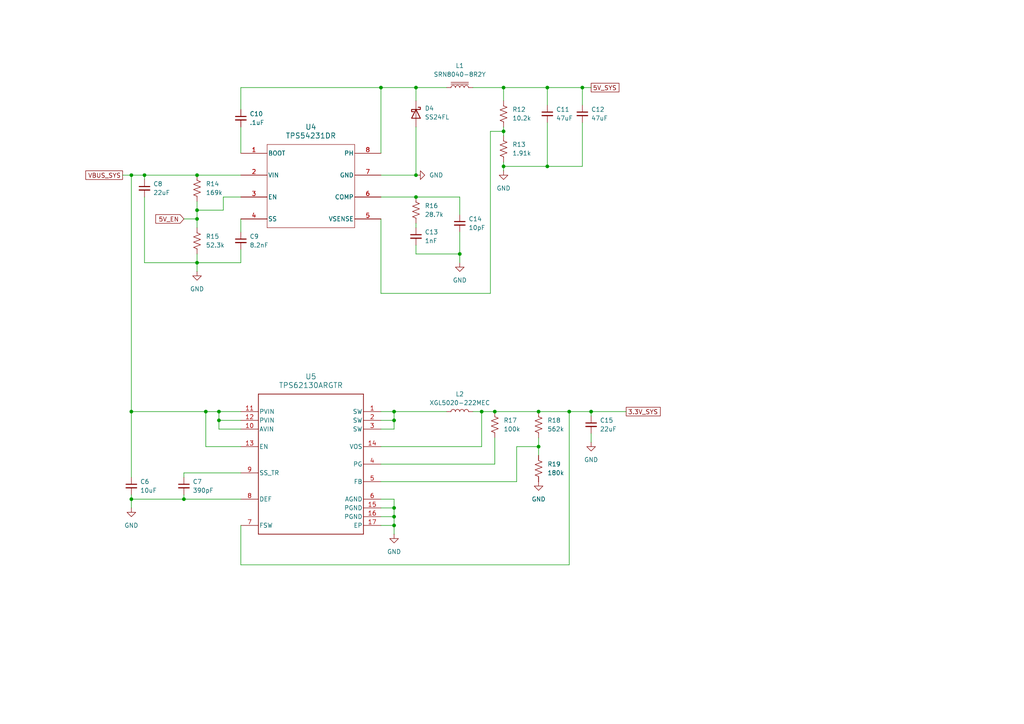
<source format=kicad_sch>
(kicad_sch
	(version 20250114)
	(generator "eeschema")
	(generator_version "9.0")
	(uuid "020568dd-6870-4646-b499-923b14893b4b")
	(paper "A4")
	(title_block
		(title "Mechanical Keyboard")
		(date "2025-11-03")
		(rev "A")
	)
	(lib_symbols
		(symbol "Device:C_Small"
			(pin_numbers
				(hide yes)
			)
			(pin_names
				(offset 0.254)
				(hide yes)
			)
			(exclude_from_sim no)
			(in_bom yes)
			(on_board yes)
			(property "Reference" "C"
				(at 0.254 1.778 0)
				(effects
					(font
						(size 1.27 1.27)
					)
					(justify left)
				)
			)
			(property "Value" "C_Small"
				(at 0.254 -2.032 0)
				(effects
					(font
						(size 1.27 1.27)
					)
					(justify left)
				)
			)
			(property "Footprint" ""
				(at 0 0 0)
				(effects
					(font
						(size 1.27 1.27)
					)
					(hide yes)
				)
			)
			(property "Datasheet" "~"
				(at 0 0 0)
				(effects
					(font
						(size 1.27 1.27)
					)
					(hide yes)
				)
			)
			(property "Description" "Unpolarized capacitor, small symbol"
				(at 0 0 0)
				(effects
					(font
						(size 1.27 1.27)
					)
					(hide yes)
				)
			)
			(property "ki_keywords" "capacitor cap"
				(at 0 0 0)
				(effects
					(font
						(size 1.27 1.27)
					)
					(hide yes)
				)
			)
			(property "ki_fp_filters" "C_*"
				(at 0 0 0)
				(effects
					(font
						(size 1.27 1.27)
					)
					(hide yes)
				)
			)
			(symbol "C_Small_0_1"
				(polyline
					(pts
						(xy -1.524 0.508) (xy 1.524 0.508)
					)
					(stroke
						(width 0.3048)
						(type default)
					)
					(fill
						(type none)
					)
				)
				(polyline
					(pts
						(xy -1.524 -0.508) (xy 1.524 -0.508)
					)
					(stroke
						(width 0.3302)
						(type default)
					)
					(fill
						(type none)
					)
				)
			)
			(symbol "C_Small_1_1"
				(pin passive line
					(at 0 2.54 270)
					(length 2.032)
					(name "~"
						(effects
							(font
								(size 1.27 1.27)
							)
						)
					)
					(number "1"
						(effects
							(font
								(size 1.27 1.27)
							)
						)
					)
				)
				(pin passive line
					(at 0 -2.54 90)
					(length 2.032)
					(name "~"
						(effects
							(font
								(size 1.27 1.27)
							)
						)
					)
					(number "2"
						(effects
							(font
								(size 1.27 1.27)
							)
						)
					)
				)
			)
			(embedded_fonts no)
		)
		(symbol "Device:D_Schottky"
			(pin_numbers
				(hide yes)
			)
			(pin_names
				(offset 1.016)
				(hide yes)
			)
			(exclude_from_sim no)
			(in_bom yes)
			(on_board yes)
			(property "Reference" "D"
				(at 0 2.54 0)
				(effects
					(font
						(size 1.27 1.27)
					)
				)
			)
			(property "Value" "D_Schottky"
				(at 0 -2.54 0)
				(effects
					(font
						(size 1.27 1.27)
					)
				)
			)
			(property "Footprint" ""
				(at 0 0 0)
				(effects
					(font
						(size 1.27 1.27)
					)
					(hide yes)
				)
			)
			(property "Datasheet" "~"
				(at 0 0 0)
				(effects
					(font
						(size 1.27 1.27)
					)
					(hide yes)
				)
			)
			(property "Description" "Schottky diode"
				(at 0 0 0)
				(effects
					(font
						(size 1.27 1.27)
					)
					(hide yes)
				)
			)
			(property "ki_keywords" "diode Schottky"
				(at 0 0 0)
				(effects
					(font
						(size 1.27 1.27)
					)
					(hide yes)
				)
			)
			(property "ki_fp_filters" "TO-???* *_Diode_* *SingleDiode* D_*"
				(at 0 0 0)
				(effects
					(font
						(size 1.27 1.27)
					)
					(hide yes)
				)
			)
			(symbol "D_Schottky_0_1"
				(polyline
					(pts
						(xy -1.905 0.635) (xy -1.905 1.27) (xy -1.27 1.27) (xy -1.27 -1.27) (xy -0.635 -1.27) (xy -0.635 -0.635)
					)
					(stroke
						(width 0.254)
						(type default)
					)
					(fill
						(type none)
					)
				)
				(polyline
					(pts
						(xy 1.27 1.27) (xy 1.27 -1.27) (xy -1.27 0) (xy 1.27 1.27)
					)
					(stroke
						(width 0.254)
						(type default)
					)
					(fill
						(type none)
					)
				)
				(polyline
					(pts
						(xy 1.27 0) (xy -1.27 0)
					)
					(stroke
						(width 0)
						(type default)
					)
					(fill
						(type none)
					)
				)
			)
			(symbol "D_Schottky_1_1"
				(pin passive line
					(at -3.81 0 0)
					(length 2.54)
					(name "K"
						(effects
							(font
								(size 1.27 1.27)
							)
						)
					)
					(number "1"
						(effects
							(font
								(size 1.27 1.27)
							)
						)
					)
				)
				(pin passive line
					(at 3.81 0 180)
					(length 2.54)
					(name "A"
						(effects
							(font
								(size 1.27 1.27)
							)
						)
					)
					(number "2"
						(effects
							(font
								(size 1.27 1.27)
							)
						)
					)
				)
			)
			(embedded_fonts no)
		)
		(symbol "Device:L"
			(pin_numbers
				(hide yes)
			)
			(pin_names
				(offset 1.016)
				(hide yes)
			)
			(exclude_from_sim no)
			(in_bom yes)
			(on_board yes)
			(property "Reference" "L"
				(at -1.27 0 90)
				(effects
					(font
						(size 1.27 1.27)
					)
				)
			)
			(property "Value" "L"
				(at 1.905 0 90)
				(effects
					(font
						(size 1.27 1.27)
					)
				)
			)
			(property "Footprint" ""
				(at 0 0 0)
				(effects
					(font
						(size 1.27 1.27)
					)
					(hide yes)
				)
			)
			(property "Datasheet" "~"
				(at 0 0 0)
				(effects
					(font
						(size 1.27 1.27)
					)
					(hide yes)
				)
			)
			(property "Description" "Inductor"
				(at 0 0 0)
				(effects
					(font
						(size 1.27 1.27)
					)
					(hide yes)
				)
			)
			(property "ki_keywords" "inductor choke coil reactor magnetic"
				(at 0 0 0)
				(effects
					(font
						(size 1.27 1.27)
					)
					(hide yes)
				)
			)
			(property "ki_fp_filters" "Choke_* *Coil* Inductor_* L_*"
				(at 0 0 0)
				(effects
					(font
						(size 1.27 1.27)
					)
					(hide yes)
				)
			)
			(symbol "L_0_1"
				(arc
					(start 0 2.54)
					(mid 0.6323 1.905)
					(end 0 1.27)
					(stroke
						(width 0)
						(type default)
					)
					(fill
						(type none)
					)
				)
				(arc
					(start 0 1.27)
					(mid 0.6323 0.635)
					(end 0 0)
					(stroke
						(width 0)
						(type default)
					)
					(fill
						(type none)
					)
				)
				(arc
					(start 0 0)
					(mid 0.6323 -0.635)
					(end 0 -1.27)
					(stroke
						(width 0)
						(type default)
					)
					(fill
						(type none)
					)
				)
				(arc
					(start 0 -1.27)
					(mid 0.6323 -1.905)
					(end 0 -2.54)
					(stroke
						(width 0)
						(type default)
					)
					(fill
						(type none)
					)
				)
			)
			(symbol "L_1_1"
				(pin passive line
					(at 0 3.81 270)
					(length 1.27)
					(name "1"
						(effects
							(font
								(size 1.27 1.27)
							)
						)
					)
					(number "1"
						(effects
							(font
								(size 1.27 1.27)
							)
						)
					)
				)
				(pin passive line
					(at 0 -3.81 90)
					(length 1.27)
					(name "2"
						(effects
							(font
								(size 1.27 1.27)
							)
						)
					)
					(number "2"
						(effects
							(font
								(size 1.27 1.27)
							)
						)
					)
				)
			)
			(embedded_fonts no)
		)
		(symbol "Device:L_Iron"
			(pin_numbers
				(hide yes)
			)
			(pin_names
				(offset 1.016)
				(hide yes)
			)
			(exclude_from_sim no)
			(in_bom yes)
			(on_board yes)
			(property "Reference" "L"
				(at -1.27 0 90)
				(effects
					(font
						(size 1.27 1.27)
					)
				)
			)
			(property "Value" "L_Iron"
				(at 2.794 0 90)
				(effects
					(font
						(size 1.27 1.27)
					)
				)
			)
			(property "Footprint" ""
				(at 0 0 0)
				(effects
					(font
						(size 1.27 1.27)
					)
					(hide yes)
				)
			)
			(property "Datasheet" "~"
				(at 0 0 0)
				(effects
					(font
						(size 1.27 1.27)
					)
					(hide yes)
				)
			)
			(property "Description" "Inductor with iron core"
				(at 0 0 0)
				(effects
					(font
						(size 1.27 1.27)
					)
					(hide yes)
				)
			)
			(property "ki_keywords" "inductor choke coil reactor magnetic"
				(at 0 0 0)
				(effects
					(font
						(size 1.27 1.27)
					)
					(hide yes)
				)
			)
			(property "ki_fp_filters" "Choke_* *Coil* Inductor_* L_*"
				(at 0 0 0)
				(effects
					(font
						(size 1.27 1.27)
					)
					(hide yes)
				)
			)
			(symbol "L_Iron_0_1"
				(arc
					(start 0 2.54)
					(mid 0.6323 1.905)
					(end 0 1.27)
					(stroke
						(width 0)
						(type default)
					)
					(fill
						(type none)
					)
				)
				(arc
					(start 0 1.27)
					(mid 0.6323 0.635)
					(end 0 0)
					(stroke
						(width 0)
						(type default)
					)
					(fill
						(type none)
					)
				)
				(arc
					(start 0 0)
					(mid 0.6323 -0.635)
					(end 0 -1.27)
					(stroke
						(width 0)
						(type default)
					)
					(fill
						(type none)
					)
				)
				(arc
					(start 0 -1.27)
					(mid 0.6323 -1.905)
					(end 0 -2.54)
					(stroke
						(width 0)
						(type default)
					)
					(fill
						(type none)
					)
				)
				(polyline
					(pts
						(xy 1.016 2.54) (xy 1.016 -2.54)
					)
					(stroke
						(width 0)
						(type default)
					)
					(fill
						(type none)
					)
				)
				(polyline
					(pts
						(xy 1.524 -2.54) (xy 1.524 2.54)
					)
					(stroke
						(width 0)
						(type default)
					)
					(fill
						(type none)
					)
				)
			)
			(symbol "L_Iron_1_1"
				(pin passive line
					(at 0 3.81 270)
					(length 1.27)
					(name "1"
						(effects
							(font
								(size 1.27 1.27)
							)
						)
					)
					(number "1"
						(effects
							(font
								(size 1.27 1.27)
							)
						)
					)
				)
				(pin passive line
					(at 0 -3.81 90)
					(length 1.27)
					(name "2"
						(effects
							(font
								(size 1.27 1.27)
							)
						)
					)
					(number "2"
						(effects
							(font
								(size 1.27 1.27)
							)
						)
					)
				)
			)
			(embedded_fonts no)
		)
		(symbol "Device:R_US"
			(pin_numbers
				(hide yes)
			)
			(pin_names
				(offset 0)
			)
			(exclude_from_sim no)
			(in_bom yes)
			(on_board yes)
			(property "Reference" "R"
				(at 2.54 0 90)
				(effects
					(font
						(size 1.27 1.27)
					)
				)
			)
			(property "Value" "R_US"
				(at -2.54 0 90)
				(effects
					(font
						(size 1.27 1.27)
					)
				)
			)
			(property "Footprint" ""
				(at 1.016 -0.254 90)
				(effects
					(font
						(size 1.27 1.27)
					)
					(hide yes)
				)
			)
			(property "Datasheet" "~"
				(at 0 0 0)
				(effects
					(font
						(size 1.27 1.27)
					)
					(hide yes)
				)
			)
			(property "Description" "Resistor, US symbol"
				(at 0 0 0)
				(effects
					(font
						(size 1.27 1.27)
					)
					(hide yes)
				)
			)
			(property "ki_keywords" "R res resistor"
				(at 0 0 0)
				(effects
					(font
						(size 1.27 1.27)
					)
					(hide yes)
				)
			)
			(property "ki_fp_filters" "R_*"
				(at 0 0 0)
				(effects
					(font
						(size 1.27 1.27)
					)
					(hide yes)
				)
			)
			(symbol "R_US_0_1"
				(polyline
					(pts
						(xy 0 2.286) (xy 0 2.54)
					)
					(stroke
						(width 0)
						(type default)
					)
					(fill
						(type none)
					)
				)
				(polyline
					(pts
						(xy 0 2.286) (xy 1.016 1.905) (xy 0 1.524) (xy -1.016 1.143) (xy 0 0.762)
					)
					(stroke
						(width 0)
						(type default)
					)
					(fill
						(type none)
					)
				)
				(polyline
					(pts
						(xy 0 0.762) (xy 1.016 0.381) (xy 0 0) (xy -1.016 -0.381) (xy 0 -0.762)
					)
					(stroke
						(width 0)
						(type default)
					)
					(fill
						(type none)
					)
				)
				(polyline
					(pts
						(xy 0 -0.762) (xy 1.016 -1.143) (xy 0 -1.524) (xy -1.016 -1.905) (xy 0 -2.286)
					)
					(stroke
						(width 0)
						(type default)
					)
					(fill
						(type none)
					)
				)
				(polyline
					(pts
						(xy 0 -2.286) (xy 0 -2.54)
					)
					(stroke
						(width 0)
						(type default)
					)
					(fill
						(type none)
					)
				)
			)
			(symbol "R_US_1_1"
				(pin passive line
					(at 0 3.81 270)
					(length 1.27)
					(name "~"
						(effects
							(font
								(size 1.27 1.27)
							)
						)
					)
					(number "1"
						(effects
							(font
								(size 1.27 1.27)
							)
						)
					)
				)
				(pin passive line
					(at 0 -3.81 90)
					(length 1.27)
					(name "~"
						(effects
							(font
								(size 1.27 1.27)
							)
						)
					)
					(number "2"
						(effects
							(font
								(size 1.27 1.27)
							)
						)
					)
				)
			)
			(embedded_fonts no)
		)
		(symbol "TPS54231DR:TPS54231DR"
			(pin_names
				(offset 0.254)
			)
			(exclude_from_sim no)
			(in_bom yes)
			(on_board yes)
			(property "Reference" "U"
				(at 31.75 10.16 0)
				(effects
					(font
						(size 1.524 1.524)
					)
				)
			)
			(property "Value" "TPS54231DR"
				(at 31.75 7.62 0)
				(effects
					(font
						(size 1.524 1.524)
					)
				)
			)
			(property "Footprint" "D8"
				(at 11.43 2.54 0)
				(effects
					(font
						(size 1.27 1.27)
						(italic yes)
					)
					(hide yes)
				)
			)
			(property "Datasheet" "https://www.ti.com/lit/gpn/tps54231"
				(at 11.43 2.54 0)
				(effects
					(font
						(size 1.27 1.27)
						(italic yes)
					)
					(hide yes)
				)
			)
			(property "Description" ""
				(at 0 0 0)
				(effects
					(font
						(size 1.27 1.27)
					)
					(hide yes)
				)
			)
			(property "ki_locked" ""
				(at 0 0 0)
				(effects
					(font
						(size 1.27 1.27)
					)
				)
			)
			(property "ki_keywords" "TPS54231DR"
				(at 0 0 0)
				(effects
					(font
						(size 1.27 1.27)
					)
					(hide yes)
				)
			)
			(property "ki_fp_filters" "D8 D8-M D8-L"
				(at 0 0 0)
				(effects
					(font
						(size 1.27 1.27)
					)
					(hide yes)
				)
			)
			(symbol "TPS54231DR_0_1"
				(polyline
					(pts
						(xy 19.05 5.08) (xy 19.05 -19.05)
					)
					(stroke
						(width 0.127)
						(type default)
					)
					(fill
						(type none)
					)
				)
				(polyline
					(pts
						(xy 19.05 -19.05) (xy 44.45 -19.05)
					)
					(stroke
						(width 0.127)
						(type default)
					)
					(fill
						(type none)
					)
				)
				(polyline
					(pts
						(xy 44.45 5.08) (xy 19.05 5.08)
					)
					(stroke
						(width 0.127)
						(type default)
					)
					(fill
						(type none)
					)
				)
				(polyline
					(pts
						(xy 44.45 -19.05) (xy 44.45 5.08)
					)
					(stroke
						(width 0.127)
						(type default)
					)
					(fill
						(type none)
					)
				)
				(pin unspecified line
					(at 11.43 2.54 0)
					(length 7.62)
					(name "BOOT"
						(effects
							(font
								(size 1.27 1.27)
							)
						)
					)
					(number "1"
						(effects
							(font
								(size 1.27 1.27)
							)
						)
					)
				)
				(pin input line
					(at 11.43 -3.81 0)
					(length 7.62)
					(name "VIN"
						(effects
							(font
								(size 1.27 1.27)
							)
						)
					)
					(number "2"
						(effects
							(font
								(size 1.27 1.27)
							)
						)
					)
				)
				(pin unspecified line
					(at 11.43 -10.16 0)
					(length 7.62)
					(name "EN"
						(effects
							(font
								(size 1.27 1.27)
							)
						)
					)
					(number "3"
						(effects
							(font
								(size 1.27 1.27)
							)
						)
					)
				)
				(pin unspecified line
					(at 11.43 -16.51 0)
					(length 7.62)
					(name "SS"
						(effects
							(font
								(size 1.27 1.27)
							)
						)
					)
					(number "4"
						(effects
							(font
								(size 1.27 1.27)
							)
						)
					)
				)
				(pin unspecified line
					(at 52.07 2.54 180)
					(length 7.62)
					(name "PH"
						(effects
							(font
								(size 1.27 1.27)
							)
						)
					)
					(number "8"
						(effects
							(font
								(size 1.27 1.27)
							)
						)
					)
				)
				(pin power_in line
					(at 52.07 -3.81 180)
					(length 7.62)
					(name "GND"
						(effects
							(font
								(size 1.27 1.27)
							)
						)
					)
					(number "7"
						(effects
							(font
								(size 1.27 1.27)
							)
						)
					)
				)
				(pin output line
					(at 52.07 -10.16 180)
					(length 7.62)
					(name "COMP"
						(effects
							(font
								(size 1.27 1.27)
							)
						)
					)
					(number "6"
						(effects
							(font
								(size 1.27 1.27)
							)
						)
					)
				)
				(pin unspecified line
					(at 52.07 -16.51 180)
					(length 7.62)
					(name "VSENSE"
						(effects
							(font
								(size 1.27 1.27)
							)
						)
					)
					(number "5"
						(effects
							(font
								(size 1.27 1.27)
							)
						)
					)
				)
			)
			(embedded_fonts no)
		)
		(symbol "TPS62130ARGTR:TPS62130ARGTR"
			(pin_names
				(offset 0.254)
			)
			(exclude_from_sim no)
			(in_bom yes)
			(on_board yes)
			(property "Reference" "U"
				(at 0 2.54 0)
				(effects
					(font
						(size 1.524 1.524)
					)
				)
			)
			(property "Value" "TPS62130ARGTR"
				(at 0 0 0)
				(effects
					(font
						(size 1.524 1.524)
					)
				)
			)
			(property "Footprint" "RGT0016C"
				(at 0 0 0)
				(effects
					(font
						(size 1.27 1.27)
						(italic yes)
					)
					(hide yes)
				)
			)
			(property "Datasheet" "https://www.ti.com/lit/gpn/tps62130a"
				(at 0 0 0)
				(effects
					(font
						(size 1.27 1.27)
						(italic yes)
					)
					(hide yes)
				)
			)
			(property "Description" ""
				(at 0 0 0)
				(effects
					(font
						(size 1.27 1.27)
					)
					(hide yes)
				)
			)
			(property "ki_locked" ""
				(at 0 0 0)
				(effects
					(font
						(size 1.27 1.27)
					)
				)
			)
			(property "ki_keywords" "TPS62130ARGTR"
				(at 0 0 0)
				(effects
					(font
						(size 1.27 1.27)
					)
					(hide yes)
				)
			)
			(property "ki_fp_filters" "RGT0016C"
				(at 0 0 0)
				(effects
					(font
						(size 1.27 1.27)
					)
					(hide yes)
				)
			)
			(symbol "TPS62130ARGTR_0_1"
				(polyline
					(pts
						(xy -15.24 20.32) (xy -15.24 -20.32)
					)
					(stroke
						(width 0.2032)
						(type default)
					)
					(fill
						(type none)
					)
				)
				(polyline
					(pts
						(xy -15.24 -20.32) (xy 15.24 -20.32)
					)
					(stroke
						(width 0.2032)
						(type default)
					)
					(fill
						(type none)
					)
				)
				(polyline
					(pts
						(xy 15.24 20.32) (xy -15.24 20.32)
					)
					(stroke
						(width 0.2032)
						(type default)
					)
					(fill
						(type none)
					)
				)
				(polyline
					(pts
						(xy 15.24 -20.32) (xy 15.24 20.32)
					)
					(stroke
						(width 0.2032)
						(type default)
					)
					(fill
						(type none)
					)
				)
				(pin power_in line
					(at -20.32 15.24 0)
					(length 5.08)
					(name "PVIN"
						(effects
							(font
								(size 1.27 1.27)
							)
						)
					)
					(number "11"
						(effects
							(font
								(size 1.27 1.27)
							)
						)
					)
				)
				(pin power_in line
					(at -20.32 12.7 0)
					(length 5.08)
					(name "PVIN"
						(effects
							(font
								(size 1.27 1.27)
							)
						)
					)
					(number "12"
						(effects
							(font
								(size 1.27 1.27)
							)
						)
					)
				)
				(pin power_in line
					(at -20.32 10.16 0)
					(length 5.08)
					(name "AVIN"
						(effects
							(font
								(size 1.27 1.27)
							)
						)
					)
					(number "10"
						(effects
							(font
								(size 1.27 1.27)
							)
						)
					)
				)
				(pin input line
					(at -20.32 5.08 0)
					(length 5.08)
					(name "EN"
						(effects
							(font
								(size 1.27 1.27)
							)
						)
					)
					(number "13"
						(effects
							(font
								(size 1.27 1.27)
							)
						)
					)
				)
				(pin input line
					(at -20.32 -2.54 0)
					(length 5.08)
					(name "SS_TR"
						(effects
							(font
								(size 1.27 1.27)
							)
						)
					)
					(number "9"
						(effects
							(font
								(size 1.27 1.27)
							)
						)
					)
				)
				(pin input line
					(at -20.32 -10.16 0)
					(length 5.08)
					(name "DEF"
						(effects
							(font
								(size 1.27 1.27)
							)
						)
					)
					(number "8"
						(effects
							(font
								(size 1.27 1.27)
							)
						)
					)
				)
				(pin input line
					(at -20.32 -17.78 0)
					(length 5.08)
					(name "FSW"
						(effects
							(font
								(size 1.27 1.27)
							)
						)
					)
					(number "7"
						(effects
							(font
								(size 1.27 1.27)
							)
						)
					)
				)
				(pin power_in line
					(at 20.32 15.24 180)
					(length 5.08)
					(name "SW"
						(effects
							(font
								(size 1.27 1.27)
							)
						)
					)
					(number "1"
						(effects
							(font
								(size 1.27 1.27)
							)
						)
					)
				)
				(pin power_in line
					(at 20.32 12.7 180)
					(length 5.08)
					(name "SW"
						(effects
							(font
								(size 1.27 1.27)
							)
						)
					)
					(number "2"
						(effects
							(font
								(size 1.27 1.27)
							)
						)
					)
				)
				(pin power_in line
					(at 20.32 10.16 180)
					(length 5.08)
					(name "SW"
						(effects
							(font
								(size 1.27 1.27)
							)
						)
					)
					(number "3"
						(effects
							(font
								(size 1.27 1.27)
							)
						)
					)
				)
				(pin input line
					(at 20.32 5.08 180)
					(length 5.08)
					(name "VOS"
						(effects
							(font
								(size 1.27 1.27)
							)
						)
					)
					(number "14"
						(effects
							(font
								(size 1.27 1.27)
							)
						)
					)
				)
				(pin open_collector line
					(at 20.32 0 180)
					(length 5.08)
					(name "PG"
						(effects
							(font
								(size 1.27 1.27)
							)
						)
					)
					(number "4"
						(effects
							(font
								(size 1.27 1.27)
							)
						)
					)
				)
				(pin input line
					(at 20.32 -5.08 180)
					(length 5.08)
					(name "FB"
						(effects
							(font
								(size 1.27 1.27)
							)
						)
					)
					(number "5"
						(effects
							(font
								(size 1.27 1.27)
							)
						)
					)
				)
				(pin power_in line
					(at 20.32 -10.16 180)
					(length 5.08)
					(name "AGND"
						(effects
							(font
								(size 1.27 1.27)
							)
						)
					)
					(number "6"
						(effects
							(font
								(size 1.27 1.27)
							)
						)
					)
				)
				(pin power_in line
					(at 20.32 -12.7 180)
					(length 5.08)
					(name "PGND"
						(effects
							(font
								(size 1.27 1.27)
							)
						)
					)
					(number "15"
						(effects
							(font
								(size 1.27 1.27)
							)
						)
					)
				)
				(pin power_in line
					(at 20.32 -15.24 180)
					(length 5.08)
					(name "PGND"
						(effects
							(font
								(size 1.27 1.27)
							)
						)
					)
					(number "16"
						(effects
							(font
								(size 1.27 1.27)
							)
						)
					)
				)
				(pin power_in line
					(at 20.32 -17.78 180)
					(length 5.08)
					(name "EP"
						(effects
							(font
								(size 1.27 1.27)
							)
						)
					)
					(number "17"
						(effects
							(font
								(size 1.27 1.27)
							)
						)
					)
				)
			)
			(embedded_fonts no)
		)
		(symbol "power:GND"
			(power)
			(pin_numbers
				(hide yes)
			)
			(pin_names
				(offset 0)
				(hide yes)
			)
			(exclude_from_sim no)
			(in_bom yes)
			(on_board yes)
			(property "Reference" "#PWR"
				(at 0 -6.35 0)
				(effects
					(font
						(size 1.27 1.27)
					)
					(hide yes)
				)
			)
			(property "Value" "GND"
				(at 0 -3.81 0)
				(effects
					(font
						(size 1.27 1.27)
					)
				)
			)
			(property "Footprint" ""
				(at 0 0 0)
				(effects
					(font
						(size 1.27 1.27)
					)
					(hide yes)
				)
			)
			(property "Datasheet" ""
				(at 0 0 0)
				(effects
					(font
						(size 1.27 1.27)
					)
					(hide yes)
				)
			)
			(property "Description" "Power symbol creates a global label with name \"GND\" , ground"
				(at 0 0 0)
				(effects
					(font
						(size 1.27 1.27)
					)
					(hide yes)
				)
			)
			(property "ki_keywords" "global power"
				(at 0 0 0)
				(effects
					(font
						(size 1.27 1.27)
					)
					(hide yes)
				)
			)
			(symbol "GND_0_1"
				(polyline
					(pts
						(xy 0 0) (xy 0 -1.27) (xy 1.27 -1.27) (xy 0 -2.54) (xy -1.27 -1.27) (xy 0 -1.27)
					)
					(stroke
						(width 0)
						(type default)
					)
					(fill
						(type none)
					)
				)
			)
			(symbol "GND_1_1"
				(pin power_in line
					(at 0 0 270)
					(length 0)
					(name "~"
						(effects
							(font
								(size 1.27 1.27)
							)
						)
					)
					(number "1"
						(effects
							(font
								(size 1.27 1.27)
							)
						)
					)
				)
			)
			(embedded_fonts no)
		)
	)
	(junction
		(at 120.65 25.4)
		(diameter 0)
		(color 0 0 0 0)
		(uuid "03b8884d-97f5-41be-a211-ff6dd8cac51e")
	)
	(junction
		(at 114.3 121.92)
		(diameter 0)
		(color 0 0 0 0)
		(uuid "05df49bf-e629-4f20-81dc-8771f44f27bf")
	)
	(junction
		(at 114.3 119.38)
		(diameter 0)
		(color 0 0 0 0)
		(uuid "116d480d-570d-4c73-ad5c-e7fe3d05ae22")
	)
	(junction
		(at 120.65 57.15)
		(diameter 0)
		(color 0 0 0 0)
		(uuid "16928754-e71f-46e0-9520-bfeb2b964ff7")
	)
	(junction
		(at 146.05 48.26)
		(diameter 0)
		(color 0 0 0 0)
		(uuid "17bae277-2c4d-4971-816f-484a0da3300b")
	)
	(junction
		(at 114.3 147.32)
		(diameter 0)
		(color 0 0 0 0)
		(uuid "212faa56-9082-4edf-aa11-45ad61c93798")
	)
	(junction
		(at 156.21 129.54)
		(diameter 0)
		(color 0 0 0 0)
		(uuid "26ff4b48-efa8-43a2-9ec4-0e51ee0e1f76")
	)
	(junction
		(at 63.5 121.92)
		(diameter 0)
		(color 0 0 0 0)
		(uuid "2f4287e2-4e0b-4df7-933a-2f0e4d6370b4")
	)
	(junction
		(at 59.69 119.38)
		(diameter 0)
		(color 0 0 0 0)
		(uuid "3f1cb49e-9226-4462-b141-9bbf897dc86c")
	)
	(junction
		(at 143.51 119.38)
		(diameter 0)
		(color 0 0 0 0)
		(uuid "409c2d45-47e5-4cd6-93f0-87529c826497")
	)
	(junction
		(at 110.49 25.4)
		(diameter 0)
		(color 0 0 0 0)
		(uuid "41a5c80c-d952-46eb-b1f9-35ff5b0af8d4")
	)
	(junction
		(at 146.05 38.1)
		(diameter 0)
		(color 0 0 0 0)
		(uuid "53ef83c5-1cd1-4c26-85c4-a9a2f23b3d4c")
	)
	(junction
		(at 53.34 144.78)
		(diameter 0)
		(color 0 0 0 0)
		(uuid "5a6ef18f-bf12-43ce-9986-934060f075c5")
	)
	(junction
		(at 57.15 50.8)
		(diameter 0)
		(color 0 0 0 0)
		(uuid "5fd91730-6e3f-4849-af0b-09e80ab629de")
	)
	(junction
		(at 158.75 48.26)
		(diameter 0)
		(color 0 0 0 0)
		(uuid "621abb09-9336-42d2-bf7b-1f4f7c25a996")
	)
	(junction
		(at 120.65 50.8)
		(diameter 0)
		(color 0 0 0 0)
		(uuid "6976c0ca-06b3-4109-9fc0-7b5d17cdb384")
	)
	(junction
		(at 57.15 76.2)
		(diameter 0)
		(color 0 0 0 0)
		(uuid "6bcd66e8-4581-4b71-a716-415a73ccf132")
	)
	(junction
		(at 146.05 25.4)
		(diameter 0)
		(color 0 0 0 0)
		(uuid "6ff66031-0875-409b-80a4-45620d9d2e14")
	)
	(junction
		(at 63.5 119.38)
		(diameter 0)
		(color 0 0 0 0)
		(uuid "74a9f039-a7e8-4a17-892c-0a8784a067d9")
	)
	(junction
		(at 133.35 73.66)
		(diameter 0)
		(color 0 0 0 0)
		(uuid "7e57428c-6d58-45ad-a9ad-3868fae4ffd7")
	)
	(junction
		(at 57.15 60.96)
		(diameter 0)
		(color 0 0 0 0)
		(uuid "82b50c20-0fcc-4ee4-8ba9-9d807f2a422e")
	)
	(junction
		(at 41.91 50.8)
		(diameter 0)
		(color 0 0 0 0)
		(uuid "86c94391-80d6-4d1a-8b79-e5fc09b6621e")
	)
	(junction
		(at 158.75 25.4)
		(diameter 0)
		(color 0 0 0 0)
		(uuid "95878978-f552-45da-a9d5-32915f7d4ee7")
	)
	(junction
		(at 38.1 50.8)
		(diameter 0)
		(color 0 0 0 0)
		(uuid "98e063b7-5a6a-4c7b-9e27-f99a827eec9e")
	)
	(junction
		(at 139.7 119.38)
		(diameter 0)
		(color 0 0 0 0)
		(uuid "b3743043-9959-4a28-9196-eb1143f0c30e")
	)
	(junction
		(at 57.15 63.5)
		(diameter 0)
		(color 0 0 0 0)
		(uuid "bf27b2b0-a750-4039-a0ef-29baba1cd3b9")
	)
	(junction
		(at 38.1 119.38)
		(diameter 0)
		(color 0 0 0 0)
		(uuid "cbf7f34f-3946-409f-8e7f-818df49e294d")
	)
	(junction
		(at 171.45 119.38)
		(diameter 0)
		(color 0 0 0 0)
		(uuid "ce997d50-22cd-4bb5-b950-bd47325b3d42")
	)
	(junction
		(at 168.91 25.4)
		(diameter 0)
		(color 0 0 0 0)
		(uuid "dd33d5e9-3f2f-438c-bead-7d3a9cd2dba8")
	)
	(junction
		(at 156.21 119.38)
		(diameter 0)
		(color 0 0 0 0)
		(uuid "ddbd6400-c306-4a28-9c93-91fc5796789a")
	)
	(junction
		(at 165.1 119.38)
		(diameter 0)
		(color 0 0 0 0)
		(uuid "e800019f-d5f8-487d-80d6-3fb75c3d50b3")
	)
	(junction
		(at 114.3 152.4)
		(diameter 0)
		(color 0 0 0 0)
		(uuid "e94117b7-c443-48a8-aa81-c210d26d5442")
	)
	(junction
		(at 114.3 149.86)
		(diameter 0)
		(color 0 0 0 0)
		(uuid "ebfdce8f-1e35-472a-83d1-1c893f8e50a9")
	)
	(junction
		(at 38.1 144.78)
		(diameter 0)
		(color 0 0 0 0)
		(uuid "f786037b-6c38-45b5-8bfb-8ca26f57447c")
	)
	(wire
		(pts
			(xy 110.49 149.86) (xy 114.3 149.86)
		)
		(stroke
			(width 0)
			(type default)
		)
		(uuid "0298fca6-9626-4953-a0b3-49e2d086b10c")
	)
	(wire
		(pts
			(xy 133.35 73.66) (xy 133.35 76.2)
		)
		(stroke
			(width 0)
			(type default)
		)
		(uuid "0469a7a5-e939-4b33-b9e2-4cc1509242bf")
	)
	(wire
		(pts
			(xy 38.1 50.8) (xy 38.1 119.38)
		)
		(stroke
			(width 0)
			(type default)
		)
		(uuid "048d6dc5-1f79-4943-b032-35a2decc6239")
	)
	(wire
		(pts
			(xy 146.05 25.4) (xy 158.75 25.4)
		)
		(stroke
			(width 0)
			(type default)
		)
		(uuid "0f21fb96-2933-482b-9a45-eb624d53da87")
	)
	(wire
		(pts
			(xy 156.21 129.54) (xy 156.21 132.08)
		)
		(stroke
			(width 0)
			(type default)
		)
		(uuid "104e4e74-c6fe-4847-b88e-e0671572c994")
	)
	(wire
		(pts
			(xy 63.5 119.38) (xy 69.85 119.38)
		)
		(stroke
			(width 0)
			(type default)
		)
		(uuid "17906af6-f834-41f3-be67-e5b19bfb29e2")
	)
	(wire
		(pts
			(xy 110.49 139.7) (xy 149.86 139.7)
		)
		(stroke
			(width 0)
			(type default)
		)
		(uuid "19562993-4c5c-431d-a60c-2eb2a31536cd")
	)
	(wire
		(pts
			(xy 57.15 58.42) (xy 57.15 60.96)
		)
		(stroke
			(width 0)
			(type default)
		)
		(uuid "1ba19e2e-1c41-4c5c-a06e-b15ede3b279d")
	)
	(wire
		(pts
			(xy 146.05 48.26) (xy 146.05 49.53)
		)
		(stroke
			(width 0)
			(type default)
		)
		(uuid "1c7143c0-cc62-4de9-83ea-7b3be6cd7d8c")
	)
	(wire
		(pts
			(xy 59.69 119.38) (xy 63.5 119.38)
		)
		(stroke
			(width 0)
			(type default)
		)
		(uuid "1fb77195-1277-4569-bb0b-34daf1940d34")
	)
	(wire
		(pts
			(xy 171.45 119.38) (xy 171.45 120.65)
		)
		(stroke
			(width 0)
			(type default)
		)
		(uuid "232a77fd-f130-4b27-a826-cfcd9896119e")
	)
	(wire
		(pts
			(xy 57.15 60.96) (xy 57.15 63.5)
		)
		(stroke
			(width 0)
			(type default)
		)
		(uuid "26275579-a3fe-4d99-80f0-a087c1ced036")
	)
	(wire
		(pts
			(xy 142.24 85.09) (xy 142.24 38.1)
		)
		(stroke
			(width 0)
			(type default)
		)
		(uuid "27002b0a-bf8e-45b6-977a-32410f418236")
	)
	(wire
		(pts
			(xy 149.86 129.54) (xy 156.21 129.54)
		)
		(stroke
			(width 0)
			(type default)
		)
		(uuid "275b840e-5d21-4a5b-a968-00c1c67e75d8")
	)
	(wire
		(pts
			(xy 114.3 147.32) (xy 114.3 149.86)
		)
		(stroke
			(width 0)
			(type default)
		)
		(uuid "277e0914-9d61-4272-befe-af9268a4dadd")
	)
	(wire
		(pts
			(xy 110.49 124.46) (xy 114.3 124.46)
		)
		(stroke
			(width 0)
			(type default)
		)
		(uuid "27ac2308-a218-4948-a9e7-15ef2be5c9ba")
	)
	(wire
		(pts
			(xy 146.05 25.4) (xy 146.05 29.21)
		)
		(stroke
			(width 0)
			(type default)
		)
		(uuid "2f17ec61-0e5e-456f-a420-0fb0eba671e8")
	)
	(wire
		(pts
			(xy 69.85 25.4) (xy 110.49 25.4)
		)
		(stroke
			(width 0)
			(type default)
		)
		(uuid "2f1ea855-74a8-4bad-ad90-e9cc46f5ae9f")
	)
	(wire
		(pts
			(xy 41.91 52.07) (xy 41.91 50.8)
		)
		(stroke
			(width 0)
			(type default)
		)
		(uuid "3105096a-aecf-42c4-b19c-51abd6e82c78")
	)
	(wire
		(pts
			(xy 139.7 119.38) (xy 143.51 119.38)
		)
		(stroke
			(width 0)
			(type default)
		)
		(uuid "3276076c-3c25-4937-9100-36776c1d36c9")
	)
	(wire
		(pts
			(xy 69.85 124.46) (xy 63.5 124.46)
		)
		(stroke
			(width 0)
			(type default)
		)
		(uuid "358f6166-9d73-4fa8-ba2d-725793d8ac8b")
	)
	(wire
		(pts
			(xy 110.49 50.8) (xy 120.65 50.8)
		)
		(stroke
			(width 0)
			(type default)
		)
		(uuid "3634a1bd-a810-4c80-9158-9c41a800e977")
	)
	(wire
		(pts
			(xy 168.91 25.4) (xy 171.45 25.4)
		)
		(stroke
			(width 0)
			(type default)
		)
		(uuid "37522b6a-5427-426a-80ee-ed19d892ede9")
	)
	(wire
		(pts
			(xy 171.45 125.73) (xy 171.45 128.27)
		)
		(stroke
			(width 0)
			(type default)
		)
		(uuid "386ca68d-1f96-4a73-8b62-3c308b87ef13")
	)
	(wire
		(pts
			(xy 110.49 129.54) (xy 139.7 129.54)
		)
		(stroke
			(width 0)
			(type default)
		)
		(uuid "39d2f8b5-131e-4cea-8ac1-dafc4e2f313d")
	)
	(wire
		(pts
			(xy 59.69 129.54) (xy 59.69 119.38)
		)
		(stroke
			(width 0)
			(type default)
		)
		(uuid "405d8de9-250d-43f1-a4fc-2e1746113768")
	)
	(wire
		(pts
			(xy 110.49 121.92) (xy 114.3 121.92)
		)
		(stroke
			(width 0)
			(type default)
		)
		(uuid "41767aef-bcdf-43f7-9db3-fd7718fa3833")
	)
	(wire
		(pts
			(xy 57.15 63.5) (xy 57.15 66.04)
		)
		(stroke
			(width 0)
			(type default)
		)
		(uuid "48a27421-65d2-4a99-8afc-e85a560ca59f")
	)
	(wire
		(pts
			(xy 63.5 121.92) (xy 69.85 121.92)
		)
		(stroke
			(width 0)
			(type default)
		)
		(uuid "4b4377fe-60c6-44c0-95ad-896b35133906")
	)
	(wire
		(pts
			(xy 38.1 119.38) (xy 59.69 119.38)
		)
		(stroke
			(width 0)
			(type default)
		)
		(uuid "4deb3956-6529-468b-9edf-fd231793c65c")
	)
	(wire
		(pts
			(xy 133.35 62.23) (xy 133.35 57.15)
		)
		(stroke
			(width 0)
			(type default)
		)
		(uuid "501beeef-7725-491f-9c56-453e43c9be7f")
	)
	(wire
		(pts
			(xy 110.49 63.5) (xy 110.49 85.09)
		)
		(stroke
			(width 0)
			(type default)
		)
		(uuid "53d73a4d-ae76-4040-89d4-9d54cac76f5b")
	)
	(wire
		(pts
			(xy 114.3 144.78) (xy 114.3 147.32)
		)
		(stroke
			(width 0)
			(type default)
		)
		(uuid "5477d53f-b0ef-419c-be6e-added64f204b")
	)
	(wire
		(pts
			(xy 41.91 76.2) (xy 57.15 76.2)
		)
		(stroke
			(width 0)
			(type default)
		)
		(uuid "54b0432b-3729-4ff1-b33a-ec2e929ba050")
	)
	(wire
		(pts
			(xy 146.05 38.1) (xy 146.05 39.37)
		)
		(stroke
			(width 0)
			(type default)
		)
		(uuid "58e29a85-2e70-4a94-852f-bb207379e0f1")
	)
	(wire
		(pts
			(xy 110.49 85.09) (xy 142.24 85.09)
		)
		(stroke
			(width 0)
			(type default)
		)
		(uuid "5e4680fe-2525-448f-9647-d1ec5abd211a")
	)
	(wire
		(pts
			(xy 57.15 73.66) (xy 57.15 76.2)
		)
		(stroke
			(width 0)
			(type default)
		)
		(uuid "5fb4c38e-8a1e-4303-9451-e1c091224d26")
	)
	(wire
		(pts
			(xy 120.65 73.66) (xy 133.35 73.66)
		)
		(stroke
			(width 0)
			(type default)
		)
		(uuid "6145e11d-c20b-4fc5-b727-374464635956")
	)
	(wire
		(pts
			(xy 158.75 25.4) (xy 168.91 25.4)
		)
		(stroke
			(width 0)
			(type default)
		)
		(uuid "6508479f-cbc1-4bd4-834c-e5ca7ef33546")
	)
	(wire
		(pts
			(xy 120.65 25.4) (xy 129.54 25.4)
		)
		(stroke
			(width 0)
			(type default)
		)
		(uuid "655d54c5-d599-4ae3-bc7e-5348e06a1c5c")
	)
	(wire
		(pts
			(xy 69.85 129.54) (xy 59.69 129.54)
		)
		(stroke
			(width 0)
			(type default)
		)
		(uuid "6c15037b-7e70-46d7-969a-9afe92654eff")
	)
	(wire
		(pts
			(xy 38.1 119.38) (xy 38.1 138.43)
		)
		(stroke
			(width 0)
			(type default)
		)
		(uuid "6c43f4ba-ee5e-40c9-9014-8c1eb264cf99")
	)
	(wire
		(pts
			(xy 114.3 119.38) (xy 110.49 119.38)
		)
		(stroke
			(width 0)
			(type default)
		)
		(uuid "6d42c2ac-8b6f-4e96-9eb8-a3b20dbfbc76")
	)
	(wire
		(pts
			(xy 110.49 25.4) (xy 110.49 44.45)
		)
		(stroke
			(width 0)
			(type default)
		)
		(uuid "6e593863-f22d-4014-a9b7-407ad1a66c65")
	)
	(wire
		(pts
			(xy 120.65 50.8) (xy 120.65 36.83)
		)
		(stroke
			(width 0)
			(type default)
		)
		(uuid "6f605121-29eb-475e-96dd-ea6c4a5843c3")
	)
	(wire
		(pts
			(xy 137.16 119.38) (xy 139.7 119.38)
		)
		(stroke
			(width 0)
			(type default)
		)
		(uuid "7144f46e-2af4-4b08-a25b-51db74f8ee62")
	)
	(wire
		(pts
			(xy 139.7 129.54) (xy 139.7 119.38)
		)
		(stroke
			(width 0)
			(type default)
		)
		(uuid "75b5da88-dfff-41f7-8697-d313c2cd29bd")
	)
	(wire
		(pts
			(xy 69.85 163.83) (xy 165.1 163.83)
		)
		(stroke
			(width 0)
			(type default)
		)
		(uuid "75d46ae0-1376-4d91-9da1-570033df27f6")
	)
	(wire
		(pts
			(xy 165.1 119.38) (xy 171.45 119.38)
		)
		(stroke
			(width 0)
			(type default)
		)
		(uuid "7666661a-a361-4ec8-a013-50c369a3fb2c")
	)
	(wire
		(pts
			(xy 156.21 127) (xy 156.21 129.54)
		)
		(stroke
			(width 0)
			(type default)
		)
		(uuid "76d665dd-20e0-44e1-bdbb-57ab61d59404")
	)
	(wire
		(pts
			(xy 38.1 50.8) (xy 41.91 50.8)
		)
		(stroke
			(width 0)
			(type default)
		)
		(uuid "78f6da95-843c-4d02-b03c-de929217c5ec")
	)
	(wire
		(pts
			(xy 38.1 143.51) (xy 38.1 144.78)
		)
		(stroke
			(width 0)
			(type default)
		)
		(uuid "80c6c63e-22cf-4725-a6c6-a7bfa8ef134e")
	)
	(wire
		(pts
			(xy 53.34 137.16) (xy 69.85 137.16)
		)
		(stroke
			(width 0)
			(type default)
		)
		(uuid "82929aaa-b9e0-4b1b-8aea-11eb83b67d27")
	)
	(wire
		(pts
			(xy 158.75 35.56) (xy 158.75 48.26)
		)
		(stroke
			(width 0)
			(type default)
		)
		(uuid "855d0c1e-2e3c-4bb6-a778-d2f085ac2475")
	)
	(wire
		(pts
			(xy 158.75 48.26) (xy 146.05 48.26)
		)
		(stroke
			(width 0)
			(type default)
		)
		(uuid "86f1dca6-61e0-42e8-9440-eb61cb90821f")
	)
	(wire
		(pts
			(xy 143.51 119.38) (xy 156.21 119.38)
		)
		(stroke
			(width 0)
			(type default)
		)
		(uuid "879e551f-fbd3-4d58-95c0-c76c56264abf")
	)
	(wire
		(pts
			(xy 120.65 57.15) (xy 133.35 57.15)
		)
		(stroke
			(width 0)
			(type default)
		)
		(uuid "888d87bf-5497-4087-a740-f21a38d6d7f5")
	)
	(wire
		(pts
			(xy 165.1 119.38) (xy 156.21 119.38)
		)
		(stroke
			(width 0)
			(type default)
		)
		(uuid "8b3679f8-6bc8-446b-b8db-6d90cf361ab2")
	)
	(wire
		(pts
			(xy 146.05 46.99) (xy 146.05 48.26)
		)
		(stroke
			(width 0)
			(type default)
		)
		(uuid "8cbddd9b-9c37-471b-889e-efe62276fca7")
	)
	(wire
		(pts
			(xy 143.51 134.62) (xy 143.51 127)
		)
		(stroke
			(width 0)
			(type default)
		)
		(uuid "8d954600-e427-4d06-a633-2c7aad0efdc4")
	)
	(wire
		(pts
			(xy 57.15 76.2) (xy 57.15 78.74)
		)
		(stroke
			(width 0)
			(type default)
		)
		(uuid "900efe93-5900-478a-ac17-cd8c33ed4606")
	)
	(wire
		(pts
			(xy 110.49 144.78) (xy 114.3 144.78)
		)
		(stroke
			(width 0)
			(type default)
		)
		(uuid "93554805-9c92-4c26-a710-1afe7a481b20")
	)
	(wire
		(pts
			(xy 41.91 50.8) (xy 57.15 50.8)
		)
		(stroke
			(width 0)
			(type default)
		)
		(uuid "935f1ebe-96c6-4291-9e2a-4f029e6c45d0")
	)
	(wire
		(pts
			(xy 114.3 149.86) (xy 114.3 152.4)
		)
		(stroke
			(width 0)
			(type default)
		)
		(uuid "972e70bd-7500-4d7e-bb59-39f01be9d303")
	)
	(wire
		(pts
			(xy 120.65 64.77) (xy 120.65 66.04)
		)
		(stroke
			(width 0)
			(type default)
		)
		(uuid "9a290411-deac-496e-8751-00b7f8e67577")
	)
	(wire
		(pts
			(xy 114.3 152.4) (xy 114.3 154.94)
		)
		(stroke
			(width 0)
			(type default)
		)
		(uuid "9d9376a9-1187-471e-a1c7-4812e6fa7a44")
	)
	(wire
		(pts
			(xy 57.15 50.8) (xy 69.85 50.8)
		)
		(stroke
			(width 0)
			(type default)
		)
		(uuid "9fa040bb-05f1-4e23-ac88-ed837f658a45")
	)
	(wire
		(pts
			(xy 64.77 57.15) (xy 64.77 60.96)
		)
		(stroke
			(width 0)
			(type default)
		)
		(uuid "a3d39360-1752-494b-a331-8f37898e0820")
	)
	(wire
		(pts
			(xy 165.1 163.83) (xy 165.1 119.38)
		)
		(stroke
			(width 0)
			(type default)
		)
		(uuid "a5f42849-388f-4521-a679-a342d2adf435")
	)
	(wire
		(pts
			(xy 69.85 36.83) (xy 69.85 44.45)
		)
		(stroke
			(width 0)
			(type default)
		)
		(uuid "a6e4da2a-fa85-4f23-8f95-b65f1a3935f1")
	)
	(wire
		(pts
			(xy 38.1 144.78) (xy 53.34 144.78)
		)
		(stroke
			(width 0)
			(type default)
		)
		(uuid "b0c4422d-feeb-445d-9da3-b6b826844fec")
	)
	(wire
		(pts
			(xy 137.16 25.4) (xy 146.05 25.4)
		)
		(stroke
			(width 0)
			(type default)
		)
		(uuid "b239fd38-6b4d-460d-bf64-563aa11f8659")
	)
	(wire
		(pts
			(xy 69.85 63.5) (xy 69.85 67.31)
		)
		(stroke
			(width 0)
			(type default)
		)
		(uuid "b296972b-9afc-445b-a399-343868374c5c")
	)
	(wire
		(pts
			(xy 110.49 134.62) (xy 143.51 134.62)
		)
		(stroke
			(width 0)
			(type default)
		)
		(uuid "b3b7cbe6-0039-4862-8f25-82d6f7af0313")
	)
	(wire
		(pts
			(xy 57.15 76.2) (xy 69.85 76.2)
		)
		(stroke
			(width 0)
			(type default)
		)
		(uuid "b46495cf-97b3-4f4d-bcee-33306c0c27e0")
	)
	(wire
		(pts
			(xy 53.34 144.78) (xy 69.85 144.78)
		)
		(stroke
			(width 0)
			(type default)
		)
		(uuid "b6d4c3d5-fb81-48b2-9937-4d9dd6fd7b95")
	)
	(wire
		(pts
			(xy 63.5 124.46) (xy 63.5 121.92)
		)
		(stroke
			(width 0)
			(type default)
		)
		(uuid "b910d96b-bc14-4134-a219-6eb77ed0f71c")
	)
	(wire
		(pts
			(xy 35.56 50.8) (xy 38.1 50.8)
		)
		(stroke
			(width 0)
			(type default)
		)
		(uuid "b9a341a7-15d1-4a34-a2c9-7a49edf7d11b")
	)
	(wire
		(pts
			(xy 120.65 73.66) (xy 120.65 71.12)
		)
		(stroke
			(width 0)
			(type default)
		)
		(uuid "bcbeea5f-e51c-4293-bbd5-8a36305ab578")
	)
	(wire
		(pts
			(xy 114.3 121.92) (xy 114.3 124.46)
		)
		(stroke
			(width 0)
			(type default)
		)
		(uuid "be1057c1-2da7-4f0d-952f-557d9b38e4bc")
	)
	(wire
		(pts
			(xy 142.24 38.1) (xy 146.05 38.1)
		)
		(stroke
			(width 0)
			(type default)
		)
		(uuid "c1b045b8-cbfd-493b-bb7c-5cf2c806f27d")
	)
	(wire
		(pts
			(xy 53.34 137.16) (xy 53.34 138.43)
		)
		(stroke
			(width 0)
			(type default)
		)
		(uuid "c464fb45-78da-408b-9527-41ec5b0afd50")
	)
	(wire
		(pts
			(xy 146.05 36.83) (xy 146.05 38.1)
		)
		(stroke
			(width 0)
			(type default)
		)
		(uuid "c552eba0-63b0-4a2a-9da2-043d97a7a0b3")
	)
	(wire
		(pts
			(xy 158.75 25.4) (xy 158.75 30.48)
		)
		(stroke
			(width 0)
			(type default)
		)
		(uuid "c69b66ca-84ae-4d4c-a344-ee8ec6942a19")
	)
	(wire
		(pts
			(xy 149.86 139.7) (xy 149.86 129.54)
		)
		(stroke
			(width 0)
			(type default)
		)
		(uuid "cb2516ac-8661-4c95-970a-6f3ccc7bdfe5")
	)
	(wire
		(pts
			(xy 110.49 25.4) (xy 120.65 25.4)
		)
		(stroke
			(width 0)
			(type default)
		)
		(uuid "cce007cb-2d08-4b19-a451-01910e9bbfb1")
	)
	(wire
		(pts
			(xy 110.49 57.15) (xy 120.65 57.15)
		)
		(stroke
			(width 0)
			(type default)
		)
		(uuid "cee7024b-a90d-4648-9a09-b9fbf87a4560")
	)
	(wire
		(pts
			(xy 168.91 35.56) (xy 168.91 48.26)
		)
		(stroke
			(width 0)
			(type default)
		)
		(uuid "d0a4af81-9ccf-4929-9256-04e02a98765c")
	)
	(wire
		(pts
			(xy 168.91 48.26) (xy 158.75 48.26)
		)
		(stroke
			(width 0)
			(type default)
		)
		(uuid "d8a4c07b-8a01-4250-b513-bc4612e3d9e4")
	)
	(wire
		(pts
			(xy 53.34 63.5) (xy 57.15 63.5)
		)
		(stroke
			(width 0)
			(type default)
		)
		(uuid "d9ac27d2-967f-488d-ae21-9bc072bb041b")
	)
	(wire
		(pts
			(xy 41.91 57.15) (xy 41.91 76.2)
		)
		(stroke
			(width 0)
			(type default)
		)
		(uuid "d9de8b2c-d8e4-4d25-8a25-1f6badf05d4d")
	)
	(wire
		(pts
			(xy 53.34 143.51) (xy 53.34 144.78)
		)
		(stroke
			(width 0)
			(type default)
		)
		(uuid "dd988d5d-4c00-4f66-bcf0-9215d8c3820f")
	)
	(wire
		(pts
			(xy 114.3 119.38) (xy 114.3 121.92)
		)
		(stroke
			(width 0)
			(type default)
		)
		(uuid "df3931ba-97bc-4675-a7f7-0f2afdc22947")
	)
	(wire
		(pts
			(xy 69.85 72.39) (xy 69.85 76.2)
		)
		(stroke
			(width 0)
			(type default)
		)
		(uuid "e5f6fed6-7102-46af-b9b0-a5ec2a993b7d")
	)
	(wire
		(pts
			(xy 64.77 60.96) (xy 57.15 60.96)
		)
		(stroke
			(width 0)
			(type default)
		)
		(uuid "e6213ef3-9b78-42d9-ac1c-5c30f64fdc40")
	)
	(wire
		(pts
			(xy 63.5 121.92) (xy 63.5 119.38)
		)
		(stroke
			(width 0)
			(type default)
		)
		(uuid "e8e7af9e-35f0-45e9-9762-1ff1a45bdb9e")
	)
	(wire
		(pts
			(xy 110.49 152.4) (xy 114.3 152.4)
		)
		(stroke
			(width 0)
			(type default)
		)
		(uuid "e9189def-b31d-42d6-817d-bca0a917e4f9")
	)
	(wire
		(pts
			(xy 120.65 25.4) (xy 120.65 29.21)
		)
		(stroke
			(width 0)
			(type default)
		)
		(uuid "e9c4bf08-a044-453a-9259-98dd1caf20d8")
	)
	(wire
		(pts
			(xy 110.49 147.32) (xy 114.3 147.32)
		)
		(stroke
			(width 0)
			(type default)
		)
		(uuid "eaa081d8-97b6-4973-8eb0-9c1e97568e87")
	)
	(wire
		(pts
			(xy 114.3 119.38) (xy 129.54 119.38)
		)
		(stroke
			(width 0)
			(type default)
		)
		(uuid "ed670699-a391-4622-a2ab-12f6c788fb7d")
	)
	(wire
		(pts
			(xy 133.35 67.31) (xy 133.35 73.66)
		)
		(stroke
			(width 0)
			(type default)
		)
		(uuid "ee67d792-c64f-4066-8e35-5624b941f08a")
	)
	(wire
		(pts
			(xy 69.85 31.75) (xy 69.85 25.4)
		)
		(stroke
			(width 0)
			(type default)
		)
		(uuid "ef73cce1-6443-4e8b-8a27-d37f8947a519")
	)
	(wire
		(pts
			(xy 69.85 57.15) (xy 64.77 57.15)
		)
		(stroke
			(width 0)
			(type default)
		)
		(uuid "f355ea35-0c06-4943-bc22-8a6cfb81163d")
	)
	(wire
		(pts
			(xy 171.45 119.38) (xy 181.61 119.38)
		)
		(stroke
			(width 0)
			(type default)
		)
		(uuid "f942e7b9-d4b6-48bc-9aff-43f5c42e79c4")
	)
	(wire
		(pts
			(xy 168.91 25.4) (xy 168.91 30.48)
		)
		(stroke
			(width 0)
			(type default)
		)
		(uuid "fa4f071a-cf29-43cf-912c-7a702d79434d")
	)
	(wire
		(pts
			(xy 38.1 144.78) (xy 38.1 147.32)
		)
		(stroke
			(width 0)
			(type default)
		)
		(uuid "fc8ed5cd-18ed-4d29-9591-447fa4fb1672")
	)
	(wire
		(pts
			(xy 69.85 152.4) (xy 69.85 163.83)
		)
		(stroke
			(width 0)
			(type default)
		)
		(uuid "ff9fd11f-18db-480c-9e1d-df368a73abb1")
	)
	(global_label "VBUS_SYS"
		(shape passive)
		(at 35.56 50.8 180)
		(fields_autoplaced yes)
		(effects
			(font
				(size 1.27 1.27)
			)
			(justify right)
		)
		(uuid "49e1081c-17b5-4433-ab38-457ea53f460c")
		(property "Intersheetrefs" "${INTERSHEET_REFS}"
			(at 24.3123 50.8 0)
			(effects
				(font
					(size 1.27 1.27)
				)
				(justify right)
			)
		)
	)
	(global_label "5V_EN"
		(shape input)
		(at 53.34 63.5 180)
		(fields_autoplaced yes)
		(effects
			(font
				(size 1.27 1.27)
			)
			(justify right)
		)
		(uuid "7d034e91-6524-4de5-a302-a7f1447861d8")
		(property "Intersheetrefs" "${INTERSHEET_REFS}"
			(at 44.6096 63.5 0)
			(effects
				(font
					(size 1.27 1.27)
				)
				(justify right)
			)
		)
	)
	(global_label "5V_SYS"
		(shape passive)
		(at 171.45 25.4 0)
		(fields_autoplaced yes)
		(effects
			(font
				(size 1.27 1.27)
			)
			(justify left)
		)
		(uuid "93a37198-4510-4702-9a3d-cbc27db5066e")
		(property "Intersheetrefs" "${INTERSHEET_REFS}"
			(at 180.0972 25.4 0)
			(effects
				(font
					(size 1.27 1.27)
				)
				(justify left)
			)
		)
	)
	(global_label "3.3V_SYS"
		(shape passive)
		(at 181.61 119.38 0)
		(fields_autoplaced yes)
		(effects
			(font
				(size 1.27 1.27)
			)
			(justify left)
		)
		(uuid "ada4ca02-d5fb-4b48-bba3-4a592420652c")
		(property "Intersheetrefs" "${INTERSHEET_REFS}"
			(at 192.0715 119.38 0)
			(effects
				(font
					(size 1.27 1.27)
				)
				(justify left)
			)
		)
	)
	(symbol
		(lib_id "Device:C_Small")
		(at 41.91 54.61 0)
		(unit 1)
		(exclude_from_sim no)
		(in_bom yes)
		(on_board yes)
		(dnp no)
		(fields_autoplaced yes)
		(uuid "0257a3f1-d0e6-4d7e-8663-590928d509f8")
		(property "Reference" "C8"
			(at 44.45 53.3462 0)
			(effects
				(font
					(size 1.27 1.27)
				)
				(justify left)
			)
		)
		(property "Value" "22uF"
			(at 44.45 55.8862 0)
			(effects
				(font
					(size 1.27 1.27)
				)
				(justify left)
			)
		)
		(property "Footprint" ""
			(at 41.91 54.61 0)
			(effects
				(font
					(size 1.27 1.27)
				)
				(hide yes)
			)
		)
		(property "Datasheet" "~"
			(at 41.91 54.61 0)
			(effects
				(font
					(size 1.27 1.27)
				)
				(hide yes)
			)
		)
		(property "Description" "Unpolarized capacitor, small symbol"
			(at 41.91 54.61 0)
			(effects
				(font
					(size 1.27 1.27)
				)
				(hide yes)
			)
		)
		(pin "1"
			(uuid "49982277-2646-4c98-b9bf-7a7d49ea7ec6")
		)
		(pin "2"
			(uuid "9383aa7f-4270-40df-81f8-c237768f49db")
		)
		(instances
			(project "Main"
				(path "/432eeaeb-5c19-4b62-9914-84847c26b6b8/0d59c282-e979-46f7-b765-1d484890f5cb"
					(reference "C8")
					(unit 1)
				)
			)
		)
	)
	(symbol
		(lib_id "Device:C_Small")
		(at 38.1 140.97 0)
		(unit 1)
		(exclude_from_sim no)
		(in_bom yes)
		(on_board yes)
		(dnp no)
		(fields_autoplaced yes)
		(uuid "036d06ed-7a62-4607-a414-c95aec0b30e9")
		(property "Reference" "C6"
			(at 40.64 139.7062 0)
			(effects
				(font
					(size 1.27 1.27)
				)
				(justify left)
			)
		)
		(property "Value" "10uF"
			(at 40.64 142.2462 0)
			(effects
				(font
					(size 1.27 1.27)
				)
				(justify left)
			)
		)
		(property "Footprint" ""
			(at 38.1 140.97 0)
			(effects
				(font
					(size 1.27 1.27)
				)
				(hide yes)
			)
		)
		(property "Datasheet" "~"
			(at 38.1 140.97 0)
			(effects
				(font
					(size 1.27 1.27)
				)
				(hide yes)
			)
		)
		(property "Description" "Unpolarized capacitor, small symbol"
			(at 38.1 140.97 0)
			(effects
				(font
					(size 1.27 1.27)
				)
				(hide yes)
			)
		)
		(pin "1"
			(uuid "3692cccb-5c3e-4f3c-82fc-6adb64de051d")
		)
		(pin "2"
			(uuid "16ef5122-d22a-421d-9df4-20203df43f65")
		)
		(instances
			(project "Main"
				(path "/432eeaeb-5c19-4b62-9914-84847c26b6b8/0d59c282-e979-46f7-b765-1d484890f5cb"
					(reference "C6")
					(unit 1)
				)
			)
		)
	)
	(symbol
		(lib_id "Device:R_US")
		(at 156.21 135.89 0)
		(unit 1)
		(exclude_from_sim no)
		(in_bom yes)
		(on_board yes)
		(dnp no)
		(fields_autoplaced yes)
		(uuid "0ada44a7-1b1a-4f89-824b-7d9ad12b4935")
		(property "Reference" "R19"
			(at 158.75 134.6199 0)
			(effects
				(font
					(size 1.27 1.27)
				)
				(justify left)
			)
		)
		(property "Value" "180k"
			(at 158.75 137.1599 0)
			(effects
				(font
					(size 1.27 1.27)
				)
				(justify left)
			)
		)
		(property "Footprint" ""
			(at 157.226 136.144 90)
			(effects
				(font
					(size 1.27 1.27)
				)
				(hide yes)
			)
		)
		(property "Datasheet" "~"
			(at 156.21 135.89 0)
			(effects
				(font
					(size 1.27 1.27)
				)
				(hide yes)
			)
		)
		(property "Description" "Resistor, US symbol"
			(at 156.21 135.89 0)
			(effects
				(font
					(size 1.27 1.27)
				)
				(hide yes)
			)
		)
		(pin "1"
			(uuid "f2603f67-2c17-4111-a2c1-c37606dfe803")
		)
		(pin "2"
			(uuid "6665af8a-1618-4a97-83ed-b76276181851")
		)
		(instances
			(project "Main"
				(path "/432eeaeb-5c19-4b62-9914-84847c26b6b8/0d59c282-e979-46f7-b765-1d484890f5cb"
					(reference "R19")
					(unit 1)
				)
			)
		)
	)
	(symbol
		(lib_id "Device:R_US")
		(at 146.05 43.18 0)
		(unit 1)
		(exclude_from_sim no)
		(in_bom yes)
		(on_board yes)
		(dnp no)
		(fields_autoplaced yes)
		(uuid "0c0b93ef-b1ef-4f12-8f95-645159d4602b")
		(property "Reference" "R13"
			(at 148.59 41.9099 0)
			(effects
				(font
					(size 1.27 1.27)
				)
				(justify left)
			)
		)
		(property "Value" "1.91k"
			(at 148.59 44.4499 0)
			(effects
				(font
					(size 1.27 1.27)
				)
				(justify left)
			)
		)
		(property "Footprint" ""
			(at 147.066 43.434 90)
			(effects
				(font
					(size 1.27 1.27)
				)
				(hide yes)
			)
		)
		(property "Datasheet" "~"
			(at 146.05 43.18 0)
			(effects
				(font
					(size 1.27 1.27)
				)
				(hide yes)
			)
		)
		(property "Description" "Resistor, US symbol"
			(at 146.05 43.18 0)
			(effects
				(font
					(size 1.27 1.27)
				)
				(hide yes)
			)
		)
		(pin "1"
			(uuid "ca7e2691-be7b-49fe-95bd-6ba334891c1a")
		)
		(pin "2"
			(uuid "208a86cc-a9df-4981-9174-f1b6d9e4ba95")
		)
		(instances
			(project "Main"
				(path "/432eeaeb-5c19-4b62-9914-84847c26b6b8/0d59c282-e979-46f7-b765-1d484890f5cb"
					(reference "R13")
					(unit 1)
				)
			)
		)
	)
	(symbol
		(lib_id "Device:R_US")
		(at 146.05 33.02 0)
		(unit 1)
		(exclude_from_sim no)
		(in_bom yes)
		(on_board yes)
		(dnp no)
		(fields_autoplaced yes)
		(uuid "0ee9e8e5-b6fa-4a73-a57a-4c800c560d59")
		(property "Reference" "R12"
			(at 148.59 31.7499 0)
			(effects
				(font
					(size 1.27 1.27)
				)
				(justify left)
			)
		)
		(property "Value" "10.2k"
			(at 148.59 34.2899 0)
			(effects
				(font
					(size 1.27 1.27)
				)
				(justify left)
			)
		)
		(property "Footprint" ""
			(at 147.066 33.274 90)
			(effects
				(font
					(size 1.27 1.27)
				)
				(hide yes)
			)
		)
		(property "Datasheet" "~"
			(at 146.05 33.02 0)
			(effects
				(font
					(size 1.27 1.27)
				)
				(hide yes)
			)
		)
		(property "Description" "Resistor, US symbol"
			(at 146.05 33.02 0)
			(effects
				(font
					(size 1.27 1.27)
				)
				(hide yes)
			)
		)
		(pin "1"
			(uuid "73056ac6-e425-49fb-8a91-989bf7cd744a")
		)
		(pin "2"
			(uuid "c99575c6-806e-46c8-9648-cd8e877b0bc2")
		)
		(instances
			(project ""
				(path "/432eeaeb-5c19-4b62-9914-84847c26b6b8/0d59c282-e979-46f7-b765-1d484890f5cb"
					(reference "R12")
					(unit 1)
				)
			)
		)
	)
	(symbol
		(lib_id "Device:C_Small")
		(at 168.91 33.02 0)
		(unit 1)
		(exclude_from_sim no)
		(in_bom yes)
		(on_board yes)
		(dnp no)
		(fields_autoplaced yes)
		(uuid "114b358f-172a-483b-bc2a-5a9c7b1ee75e")
		(property "Reference" "C12"
			(at 171.45 31.7562 0)
			(effects
				(font
					(size 1.27 1.27)
				)
				(justify left)
			)
		)
		(property "Value" "47uF"
			(at 171.45 34.2962 0)
			(effects
				(font
					(size 1.27 1.27)
				)
				(justify left)
			)
		)
		(property "Footprint" ""
			(at 168.91 33.02 0)
			(effects
				(font
					(size 1.27 1.27)
				)
				(hide yes)
			)
		)
		(property "Datasheet" "~"
			(at 168.91 33.02 0)
			(effects
				(font
					(size 1.27 1.27)
				)
				(hide yes)
			)
		)
		(property "Description" "Unpolarized capacitor, small symbol"
			(at 168.91 33.02 0)
			(effects
				(font
					(size 1.27 1.27)
				)
				(hide yes)
			)
		)
		(pin "1"
			(uuid "0beae9af-761d-4781-98e2-9a236c40bd1c")
		)
		(pin "2"
			(uuid "89327d69-31be-4961-98e7-ac3b17b03fc2")
		)
		(instances
			(project "Main"
				(path "/432eeaeb-5c19-4b62-9914-84847c26b6b8/0d59c282-e979-46f7-b765-1d484890f5cb"
					(reference "C12")
					(unit 1)
				)
			)
		)
	)
	(symbol
		(lib_id "power:GND")
		(at 146.05 49.53 0)
		(unit 1)
		(exclude_from_sim no)
		(in_bom yes)
		(on_board yes)
		(dnp no)
		(fields_autoplaced yes)
		(uuid "44d26727-f7d0-4682-8357-07d8c20ab310")
		(property "Reference" "#PWR014"
			(at 146.05 55.88 0)
			(effects
				(font
					(size 1.27 1.27)
				)
				(hide yes)
			)
		)
		(property "Value" "GND"
			(at 146.05 54.61 0)
			(effects
				(font
					(size 1.27 1.27)
				)
			)
		)
		(property "Footprint" ""
			(at 146.05 49.53 0)
			(effects
				(font
					(size 1.27 1.27)
				)
				(hide yes)
			)
		)
		(property "Datasheet" ""
			(at 146.05 49.53 0)
			(effects
				(font
					(size 1.27 1.27)
				)
				(hide yes)
			)
		)
		(property "Description" "Power symbol creates a global label with name \"GND\" , ground"
			(at 146.05 49.53 0)
			(effects
				(font
					(size 1.27 1.27)
				)
				(hide yes)
			)
		)
		(pin "1"
			(uuid "4bcbf2ee-e24b-44d9-8068-4e0a920aca6b")
		)
		(instances
			(project "Main"
				(path "/432eeaeb-5c19-4b62-9914-84847c26b6b8/0d59c282-e979-46f7-b765-1d484890f5cb"
					(reference "#PWR014")
					(unit 1)
				)
			)
		)
	)
	(symbol
		(lib_id "Device:C_Small")
		(at 158.75 33.02 0)
		(unit 1)
		(exclude_from_sim no)
		(in_bom yes)
		(on_board yes)
		(dnp no)
		(fields_autoplaced yes)
		(uuid "61f43ca4-7664-48fa-aa83-a918183bc377")
		(property "Reference" "C11"
			(at 161.29 31.7562 0)
			(effects
				(font
					(size 1.27 1.27)
				)
				(justify left)
			)
		)
		(property "Value" "47uF"
			(at 161.29 34.2962 0)
			(effects
				(font
					(size 1.27 1.27)
				)
				(justify left)
			)
		)
		(property "Footprint" ""
			(at 158.75 33.02 0)
			(effects
				(font
					(size 1.27 1.27)
				)
				(hide yes)
			)
		)
		(property "Datasheet" "~"
			(at 158.75 33.02 0)
			(effects
				(font
					(size 1.27 1.27)
				)
				(hide yes)
			)
		)
		(property "Description" "Unpolarized capacitor, small symbol"
			(at 158.75 33.02 0)
			(effects
				(font
					(size 1.27 1.27)
				)
				(hide yes)
			)
		)
		(pin "1"
			(uuid "8a01cbaa-3af9-4e73-92e9-35020a143a4a")
		)
		(pin "2"
			(uuid "6a5122c3-c031-4035-bce3-cc1ead82bd61")
		)
		(instances
			(project "Main"
				(path "/432eeaeb-5c19-4b62-9914-84847c26b6b8/0d59c282-e979-46f7-b765-1d484890f5cb"
					(reference "C11")
					(unit 1)
				)
			)
		)
	)
	(symbol
		(lib_id "power:GND")
		(at 38.1 147.32 0)
		(unit 1)
		(exclude_from_sim no)
		(in_bom yes)
		(on_board yes)
		(dnp no)
		(fields_autoplaced yes)
		(uuid "6b81cdd8-7057-47c2-a8cc-16fb704e899e")
		(property "Reference" "#PWR011"
			(at 38.1 153.67 0)
			(effects
				(font
					(size 1.27 1.27)
				)
				(hide yes)
			)
		)
		(property "Value" "GND"
			(at 38.1 152.4 0)
			(effects
				(font
					(size 1.27 1.27)
				)
			)
		)
		(property "Footprint" ""
			(at 38.1 147.32 0)
			(effects
				(font
					(size 1.27 1.27)
				)
				(hide yes)
			)
		)
		(property "Datasheet" ""
			(at 38.1 147.32 0)
			(effects
				(font
					(size 1.27 1.27)
				)
				(hide yes)
			)
		)
		(property "Description" "Power symbol creates a global label with name \"GND\" , ground"
			(at 38.1 147.32 0)
			(effects
				(font
					(size 1.27 1.27)
				)
				(hide yes)
			)
		)
		(pin "1"
			(uuid "6a7fbb7f-f6ff-42a8-a486-be5498bc0b22")
		)
		(instances
			(project "Main"
				(path "/432eeaeb-5c19-4b62-9914-84847c26b6b8/0d59c282-e979-46f7-b765-1d484890f5cb"
					(reference "#PWR011")
					(unit 1)
				)
			)
		)
	)
	(symbol
		(lib_id "power:GND")
		(at 57.15 78.74 0)
		(unit 1)
		(exclude_from_sim no)
		(in_bom yes)
		(on_board yes)
		(dnp no)
		(fields_autoplaced yes)
		(uuid "744990fd-b703-441f-ba11-0782d16f9ec0")
		(property "Reference" "#PWR012"
			(at 57.15 85.09 0)
			(effects
				(font
					(size 1.27 1.27)
				)
				(hide yes)
			)
		)
		(property "Value" "GND"
			(at 57.15 83.82 0)
			(effects
				(font
					(size 1.27 1.27)
				)
			)
		)
		(property "Footprint" ""
			(at 57.15 78.74 0)
			(effects
				(font
					(size 1.27 1.27)
				)
				(hide yes)
			)
		)
		(property "Datasheet" ""
			(at 57.15 78.74 0)
			(effects
				(font
					(size 1.27 1.27)
				)
				(hide yes)
			)
		)
		(property "Description" "Power symbol creates a global label with name \"GND\" , ground"
			(at 57.15 78.74 0)
			(effects
				(font
					(size 1.27 1.27)
				)
				(hide yes)
			)
		)
		(pin "1"
			(uuid "2d69675e-7156-4978-9875-fc181dc925aa")
		)
		(instances
			(project "Main"
				(path "/432eeaeb-5c19-4b62-9914-84847c26b6b8/0d59c282-e979-46f7-b765-1d484890f5cb"
					(reference "#PWR012")
					(unit 1)
				)
			)
		)
	)
	(symbol
		(lib_id "power:GND")
		(at 120.65 50.8 90)
		(unit 1)
		(exclude_from_sim no)
		(in_bom yes)
		(on_board yes)
		(dnp no)
		(fields_autoplaced yes)
		(uuid "7da2e559-6251-451e-b387-4a5220f68091")
		(property "Reference" "#PWR013"
			(at 127 50.8 0)
			(effects
				(font
					(size 1.27 1.27)
				)
				(hide yes)
			)
		)
		(property "Value" "GND"
			(at 124.46 50.7999 90)
			(effects
				(font
					(size 1.27 1.27)
				)
				(justify right)
			)
		)
		(property "Footprint" ""
			(at 120.65 50.8 0)
			(effects
				(font
					(size 1.27 1.27)
				)
				(hide yes)
			)
		)
		(property "Datasheet" ""
			(at 120.65 50.8 0)
			(effects
				(font
					(size 1.27 1.27)
				)
				(hide yes)
			)
		)
		(property "Description" "Power symbol creates a global label with name \"GND\" , ground"
			(at 120.65 50.8 0)
			(effects
				(font
					(size 1.27 1.27)
				)
				(hide yes)
			)
		)
		(pin "1"
			(uuid "b48a4701-cc60-46f3-b27c-3f8ff0c491f6")
		)
		(instances
			(project "Main"
				(path "/432eeaeb-5c19-4b62-9914-84847c26b6b8/0d59c282-e979-46f7-b765-1d484890f5cb"
					(reference "#PWR013")
					(unit 1)
				)
			)
		)
	)
	(symbol
		(lib_id "power:GND")
		(at 114.3 154.94 0)
		(unit 1)
		(exclude_from_sim no)
		(in_bom yes)
		(on_board yes)
		(dnp no)
		(fields_autoplaced yes)
		(uuid "82a20af4-8725-46c5-b614-5c4756288a61")
		(property "Reference" "#PWR016"
			(at 114.3 161.29 0)
			(effects
				(font
					(size 1.27 1.27)
				)
				(hide yes)
			)
		)
		(property "Value" "GND"
			(at 114.3 160.02 0)
			(effects
				(font
					(size 1.27 1.27)
				)
			)
		)
		(property "Footprint" ""
			(at 114.3 154.94 0)
			(effects
				(font
					(size 1.27 1.27)
				)
				(hide yes)
			)
		)
		(property "Datasheet" ""
			(at 114.3 154.94 0)
			(effects
				(font
					(size 1.27 1.27)
				)
				(hide yes)
			)
		)
		(property "Description" "Power symbol creates a global label with name \"GND\" , ground"
			(at 114.3 154.94 0)
			(effects
				(font
					(size 1.27 1.27)
				)
				(hide yes)
			)
		)
		(pin "1"
			(uuid "27e2e7e6-d6d7-41b4-a093-43020ce59092")
		)
		(instances
			(project "Main"
				(path "/432eeaeb-5c19-4b62-9914-84847c26b6b8/0d59c282-e979-46f7-b765-1d484890f5cb"
					(reference "#PWR016")
					(unit 1)
				)
			)
		)
	)
	(symbol
		(lib_id "power:GND")
		(at 133.35 76.2 0)
		(unit 1)
		(exclude_from_sim no)
		(in_bom yes)
		(on_board yes)
		(dnp no)
		(fields_autoplaced yes)
		(uuid "84bbba6c-cdf3-438a-9c45-b8d6653d030f")
		(property "Reference" "#PWR015"
			(at 133.35 82.55 0)
			(effects
				(font
					(size 1.27 1.27)
				)
				(hide yes)
			)
		)
		(property "Value" "GND"
			(at 133.35 81.28 0)
			(effects
				(font
					(size 1.27 1.27)
				)
			)
		)
		(property "Footprint" ""
			(at 133.35 76.2 0)
			(effects
				(font
					(size 1.27 1.27)
				)
				(hide yes)
			)
		)
		(property "Datasheet" ""
			(at 133.35 76.2 0)
			(effects
				(font
					(size 1.27 1.27)
				)
				(hide yes)
			)
		)
		(property "Description" "Power symbol creates a global label with name \"GND\" , ground"
			(at 133.35 76.2 0)
			(effects
				(font
					(size 1.27 1.27)
				)
				(hide yes)
			)
		)
		(pin "1"
			(uuid "527110ca-bdd0-402c-b8f9-373174333f30")
		)
		(instances
			(project "Main"
				(path "/432eeaeb-5c19-4b62-9914-84847c26b6b8/0d59c282-e979-46f7-b765-1d484890f5cb"
					(reference "#PWR015")
					(unit 1)
				)
			)
		)
	)
	(symbol
		(lib_id "Device:R_US")
		(at 57.15 69.85 0)
		(unit 1)
		(exclude_from_sim no)
		(in_bom yes)
		(on_board yes)
		(dnp no)
		(fields_autoplaced yes)
		(uuid "9efddcd3-7afa-4f2a-b691-5c269a6ce8ad")
		(property "Reference" "R15"
			(at 59.69 68.5799 0)
			(effects
				(font
					(size 1.27 1.27)
				)
				(justify left)
			)
		)
		(property "Value" "52.3k"
			(at 59.69 71.1199 0)
			(effects
				(font
					(size 1.27 1.27)
				)
				(justify left)
			)
		)
		(property "Footprint" ""
			(at 58.166 70.104 90)
			(effects
				(font
					(size 1.27 1.27)
				)
				(hide yes)
			)
		)
		(property "Datasheet" "~"
			(at 57.15 69.85 0)
			(effects
				(font
					(size 1.27 1.27)
				)
				(hide yes)
			)
		)
		(property "Description" "Resistor, US symbol"
			(at 57.15 69.85 0)
			(effects
				(font
					(size 1.27 1.27)
				)
				(hide yes)
			)
		)
		(pin "1"
			(uuid "5fede6dc-479d-49b6-b1f8-b88b068135ab")
		)
		(pin "2"
			(uuid "7ba5d9d8-4ff3-475c-96d4-a05c375a7f62")
		)
		(instances
			(project "Main"
				(path "/432eeaeb-5c19-4b62-9914-84847c26b6b8/0d59c282-e979-46f7-b765-1d484890f5cb"
					(reference "R15")
					(unit 1)
				)
			)
		)
	)
	(symbol
		(lib_id "Device:L_Iron")
		(at 133.35 25.4 90)
		(unit 1)
		(exclude_from_sim no)
		(in_bom yes)
		(on_board yes)
		(dnp no)
		(fields_autoplaced yes)
		(uuid "a15337f6-4e56-480d-affa-5b04bad48144")
		(property "Reference" "L1"
			(at 133.35 19.05 90)
			(effects
				(font
					(size 1.27 1.27)
				)
			)
		)
		(property "Value" "SRN8040-8R2Y"
			(at 133.35 21.59 90)
			(effects
				(font
					(size 1.27 1.27)
				)
			)
		)
		(property "Footprint" ""
			(at 133.35 25.4 0)
			(effects
				(font
					(size 1.27 1.27)
				)
				(hide yes)
			)
		)
		(property "Datasheet" "~"
			(at 133.35 25.4 0)
			(effects
				(font
					(size 1.27 1.27)
				)
				(hide yes)
			)
		)
		(property "Description" "Inductor with iron core"
			(at 133.35 25.4 0)
			(effects
				(font
					(size 1.27 1.27)
				)
				(hide yes)
			)
		)
		(pin "1"
			(uuid "ec93dce2-4ab2-4130-85fe-980e78ddf3de")
		)
		(pin "2"
			(uuid "efe63b2b-dfc1-493b-982a-40fdecafb60b")
		)
		(instances
			(project ""
				(path "/432eeaeb-5c19-4b62-9914-84847c26b6b8/0d59c282-e979-46f7-b765-1d484890f5cb"
					(reference "L1")
					(unit 1)
				)
			)
		)
	)
	(symbol
		(lib_id "Device:D_Schottky")
		(at 120.65 33.02 270)
		(unit 1)
		(exclude_from_sim no)
		(in_bom yes)
		(on_board yes)
		(dnp no)
		(fields_autoplaced yes)
		(uuid "a1e6c5ca-2eae-4799-aa94-87cc2f28fbe2")
		(property "Reference" "D4"
			(at 123.19 31.4324 90)
			(effects
				(font
					(size 1.27 1.27)
				)
				(justify left)
			)
		)
		(property "Value" "SS24FL"
			(at 123.19 33.9724 90)
			(effects
				(font
					(size 1.27 1.27)
				)
				(justify left)
			)
		)
		(property "Footprint" ""
			(at 120.65 33.02 0)
			(effects
				(font
					(size 1.27 1.27)
				)
				(hide yes)
			)
		)
		(property "Datasheet" "~"
			(at 120.65 33.02 0)
			(effects
				(font
					(size 1.27 1.27)
				)
				(hide yes)
			)
		)
		(property "Description" "Schottky diode"
			(at 120.65 33.02 0)
			(effects
				(font
					(size 1.27 1.27)
				)
				(hide yes)
			)
		)
		(pin "2"
			(uuid "e987492a-6fd0-4456-b948-c4b0c713303e")
		)
		(pin "1"
			(uuid "eefeca30-c177-4505-ab2e-fc2495225dc5")
		)
		(instances
			(project ""
				(path "/432eeaeb-5c19-4b62-9914-84847c26b6b8/0d59c282-e979-46f7-b765-1d484890f5cb"
					(reference "D4")
					(unit 1)
				)
			)
		)
	)
	(symbol
		(lib_id "Device:L")
		(at 133.35 119.38 90)
		(unit 1)
		(exclude_from_sim no)
		(in_bom yes)
		(on_board yes)
		(dnp no)
		(fields_autoplaced yes)
		(uuid "a534951c-6cf5-4b26-a037-7883b17edd0e")
		(property "Reference" "L2"
			(at 133.35 114.3 90)
			(effects
				(font
					(size 1.27 1.27)
				)
			)
		)
		(property "Value" "XGL5020-222MEC"
			(at 133.35 116.84 90)
			(effects
				(font
					(size 1.27 1.27)
				)
			)
		)
		(property "Footprint" ""
			(at 133.35 119.38 0)
			(effects
				(font
					(size 1.27 1.27)
				)
				(hide yes)
			)
		)
		(property "Datasheet" "~"
			(at 133.35 119.38 0)
			(effects
				(font
					(size 1.27 1.27)
				)
				(hide yes)
			)
		)
		(property "Description" "Inductor"
			(at 133.35 119.38 0)
			(effects
				(font
					(size 1.27 1.27)
				)
				(hide yes)
			)
		)
		(pin "1"
			(uuid "bb277071-f1be-4d5e-b094-c5e66a18917e")
		)
		(pin "2"
			(uuid "ce71b4b9-edf4-4ff8-9cf8-bf024c78c21d")
		)
		(instances
			(project ""
				(path "/432eeaeb-5c19-4b62-9914-84847c26b6b8/0d59c282-e979-46f7-b765-1d484890f5cb"
					(reference "L2")
					(unit 1)
				)
			)
		)
	)
	(symbol
		(lib_id "Device:R_US")
		(at 156.21 123.19 0)
		(unit 1)
		(exclude_from_sim no)
		(in_bom yes)
		(on_board yes)
		(dnp no)
		(fields_autoplaced yes)
		(uuid "a6f58fc8-aede-4d34-817e-b3f3862e345b")
		(property "Reference" "R18"
			(at 158.75 121.9199 0)
			(effects
				(font
					(size 1.27 1.27)
				)
				(justify left)
			)
		)
		(property "Value" "562k"
			(at 158.75 124.4599 0)
			(effects
				(font
					(size 1.27 1.27)
				)
				(justify left)
			)
		)
		(property "Footprint" ""
			(at 157.226 123.444 90)
			(effects
				(font
					(size 1.27 1.27)
				)
				(hide yes)
			)
		)
		(property "Datasheet" "~"
			(at 156.21 123.19 0)
			(effects
				(font
					(size 1.27 1.27)
				)
				(hide yes)
			)
		)
		(property "Description" "Resistor, US symbol"
			(at 156.21 123.19 0)
			(effects
				(font
					(size 1.27 1.27)
				)
				(hide yes)
			)
		)
		(pin "1"
			(uuid "f9267bb5-e1ec-4cb8-bd3c-cc97c2e532c2")
		)
		(pin "2"
			(uuid "73e00738-aae3-4ce8-a107-4a8467dc0199")
		)
		(instances
			(project "Main"
				(path "/432eeaeb-5c19-4b62-9914-84847c26b6b8/0d59c282-e979-46f7-b765-1d484890f5cb"
					(reference "R18")
					(unit 1)
				)
			)
		)
	)
	(symbol
		(lib_id "TPS62130ARGTR:TPS62130ARGTR")
		(at 90.17 134.62 0)
		(unit 1)
		(exclude_from_sim no)
		(in_bom yes)
		(on_board yes)
		(dnp no)
		(fields_autoplaced yes)
		(uuid "a8fa45b9-7424-43b5-ae13-3726ffcce897")
		(property "Reference" "U5"
			(at 90.17 109.22 0)
			(effects
				(font
					(size 1.524 1.524)
				)
			)
		)
		(property "Value" "TPS62130ARGTR"
			(at 90.17 111.76 0)
			(effects
				(font
					(size 1.524 1.524)
				)
			)
		)
		(property "Footprint" "RGT0016C"
			(at 90.17 134.62 0)
			(effects
				(font
					(size 1.27 1.27)
					(italic yes)
				)
				(hide yes)
			)
		)
		(property "Datasheet" "https://www.ti.com/lit/gpn/tps62130a"
			(at 90.17 134.62 0)
			(effects
				(font
					(size 1.27 1.27)
					(italic yes)
				)
				(hide yes)
			)
		)
		(property "Description" ""
			(at 90.17 134.62 0)
			(effects
				(font
					(size 1.27 1.27)
				)
				(hide yes)
			)
		)
		(pin "10"
			(uuid "e13ad1f0-bc1d-40cc-8d09-21d6040aedd7")
		)
		(pin "7"
			(uuid "cf9c3320-271d-4ba4-a181-d0f4db390258")
		)
		(pin "16"
			(uuid "7e8a57d3-c67a-439e-a706-e0946fd48d37")
		)
		(pin "12"
			(uuid "f59ca5bb-2745-43b7-928d-185145ad7cab")
		)
		(pin "1"
			(uuid "56e1ef87-8d61-4826-97d9-a51c21f43853")
		)
		(pin "11"
			(uuid "46a6d549-4f3d-49c1-a022-b8b4eb2d37f1")
		)
		(pin "4"
			(uuid "77ce5099-33d9-47cb-ad98-783c0c34d282")
		)
		(pin "17"
			(uuid "5d02009e-713d-4de7-8416-7a4e31c71466")
		)
		(pin "15"
			(uuid "20ad630d-6173-4ab4-9c2e-a3f804405644")
		)
		(pin "3"
			(uuid "8a10d0a0-1185-4a62-a06c-efba0de3922e")
		)
		(pin "9"
			(uuid "11415b92-ff02-4144-aa93-8e088ad3923d")
		)
		(pin "5"
			(uuid "29fd2603-ce6c-4096-8c49-b9246b142bbc")
		)
		(pin "14"
			(uuid "e20a12ab-54dc-4e35-ba0d-c56321b4e5c7")
		)
		(pin "13"
			(uuid "b8be0542-ec70-4167-9312-6d793a6535df")
		)
		(pin "8"
			(uuid "a53cb2bb-4d78-4055-a5ef-667e684f7107")
		)
		(pin "6"
			(uuid "e19bda85-fad9-43e6-97bd-c8c7d9dcc5bd")
		)
		(pin "2"
			(uuid "ce0628ea-e436-4c52-8b75-9eb56f276e6a")
		)
		(instances
			(project ""
				(path "/432eeaeb-5c19-4b62-9914-84847c26b6b8/0d59c282-e979-46f7-b765-1d484890f5cb"
					(reference "U5")
					(unit 1)
				)
			)
		)
	)
	(symbol
		(lib_id "TPS54231DR:TPS54231DR")
		(at 58.42 46.99 0)
		(unit 1)
		(exclude_from_sim no)
		(in_bom yes)
		(on_board yes)
		(dnp no)
		(fields_autoplaced yes)
		(uuid "bbf33fb7-dd4b-4aa5-9e7a-10349b4120f0")
		(property "Reference" "U4"
			(at 90.17 36.83 0)
			(effects
				(font
					(size 1.524 1.524)
				)
			)
		)
		(property "Value" "TPS54231DR"
			(at 90.17 39.37 0)
			(effects
				(font
					(size 1.524 1.524)
				)
			)
		)
		(property "Footprint" "D8"
			(at 69.85 44.45 0)
			(effects
				(font
					(size 1.27 1.27)
					(italic yes)
				)
				(hide yes)
			)
		)
		(property "Datasheet" "https://www.ti.com/lit/gpn/tps54231"
			(at 69.85 44.45 0)
			(effects
				(font
					(size 1.27 1.27)
					(italic yes)
				)
				(hide yes)
			)
		)
		(property "Description" ""
			(at 58.42 46.99 0)
			(effects
				(font
					(size 1.27 1.27)
				)
				(hide yes)
			)
		)
		(pin "1"
			(uuid "e18e1d81-c677-45c7-bbaf-df78bb8d4646")
		)
		(pin "6"
			(uuid "1219ea46-1c47-4535-a783-79bd889a3d74")
		)
		(pin "8"
			(uuid "b7f9c058-d0b2-4c15-91c2-d921f2d4d99e")
		)
		(pin "2"
			(uuid "b205a2f2-9b16-4753-9ecd-ae84d8b320ac")
		)
		(pin "3"
			(uuid "80514ecc-62ba-4cf5-bfcb-5f42bfc99976")
		)
		(pin "4"
			(uuid "4ef30ba8-d8ea-4e5c-ad32-f41b6a2d0072")
		)
		(pin "5"
			(uuid "b1bfe8e8-b91a-4d7f-ba84-23e9c3ec64ad")
		)
		(pin "7"
			(uuid "3a6c6141-5877-479f-9281-bace970ebd9a")
		)
		(instances
			(project ""
				(path "/432eeaeb-5c19-4b62-9914-84847c26b6b8/0d59c282-e979-46f7-b765-1d484890f5cb"
					(reference "U4")
					(unit 1)
				)
			)
		)
	)
	(symbol
		(lib_id "Device:C_Small")
		(at 69.85 69.85 0)
		(unit 1)
		(exclude_from_sim no)
		(in_bom yes)
		(on_board yes)
		(dnp no)
		(fields_autoplaced yes)
		(uuid "d79047cf-a99a-45d3-932a-f0a0cf29c50c")
		(property "Reference" "C9"
			(at 72.39 68.5862 0)
			(effects
				(font
					(size 1.27 1.27)
				)
				(justify left)
			)
		)
		(property "Value" "8.2nF"
			(at 72.39 71.1262 0)
			(effects
				(font
					(size 1.27 1.27)
				)
				(justify left)
			)
		)
		(property "Footprint" ""
			(at 69.85 69.85 0)
			(effects
				(font
					(size 1.27 1.27)
				)
				(hide yes)
			)
		)
		(property "Datasheet" "~"
			(at 69.85 69.85 0)
			(effects
				(font
					(size 1.27 1.27)
				)
				(hide yes)
			)
		)
		(property "Description" "Unpolarized capacitor, small symbol"
			(at 69.85 69.85 0)
			(effects
				(font
					(size 1.27 1.27)
				)
				(hide yes)
			)
		)
		(pin "1"
			(uuid "47a3543d-343f-4f52-9d20-f1a97c7e8a2f")
		)
		(pin "2"
			(uuid "410ce17b-a6f5-488d-8c6d-c6e080cbad1b")
		)
		(instances
			(project "Main"
				(path "/432eeaeb-5c19-4b62-9914-84847c26b6b8/0d59c282-e979-46f7-b765-1d484890f5cb"
					(reference "C9")
					(unit 1)
				)
			)
		)
	)
	(symbol
		(lib_id "Device:R_US")
		(at 143.51 123.19 0)
		(unit 1)
		(exclude_from_sim no)
		(in_bom yes)
		(on_board yes)
		(dnp no)
		(fields_autoplaced yes)
		(uuid "e5e958d4-eacd-4194-b88f-90bc3aee0572")
		(property "Reference" "R17"
			(at 146.05 121.9199 0)
			(effects
				(font
					(size 1.27 1.27)
				)
				(justify left)
			)
		)
		(property "Value" "100k"
			(at 146.05 124.4599 0)
			(effects
				(font
					(size 1.27 1.27)
				)
				(justify left)
			)
		)
		(property "Footprint" ""
			(at 144.526 123.444 90)
			(effects
				(font
					(size 1.27 1.27)
				)
				(hide yes)
			)
		)
		(property "Datasheet" "~"
			(at 143.51 123.19 0)
			(effects
				(font
					(size 1.27 1.27)
				)
				(hide yes)
			)
		)
		(property "Description" "Resistor, US symbol"
			(at 143.51 123.19 0)
			(effects
				(font
					(size 1.27 1.27)
				)
				(hide yes)
			)
		)
		(pin "1"
			(uuid "ee6fe6f4-c917-4c70-a745-7fd76455c43f")
		)
		(pin "2"
			(uuid "e894cf10-8e6a-4fb7-b97b-318f0d70cd2f")
		)
		(instances
			(project "Main"
				(path "/432eeaeb-5c19-4b62-9914-84847c26b6b8/0d59c282-e979-46f7-b765-1d484890f5cb"
					(reference "R17")
					(unit 1)
				)
			)
		)
	)
	(symbol
		(lib_id "Device:C_Small")
		(at 69.85 34.29 0)
		(unit 1)
		(exclude_from_sim no)
		(in_bom yes)
		(on_board yes)
		(dnp no)
		(fields_autoplaced yes)
		(uuid "e71f745d-3010-4ecd-89f6-3290331d8dc6")
		(property "Reference" "C10"
			(at 72.39 33.0262 0)
			(effects
				(font
					(size 1.27 1.27)
				)
				(justify left)
			)
		)
		(property "Value" ".1uF"
			(at 72.39 35.5662 0)
			(effects
				(font
					(size 1.27 1.27)
				)
				(justify left)
			)
		)
		(property "Footprint" ""
			(at 69.85 34.29 0)
			(effects
				(font
					(size 1.27 1.27)
				)
				(hide yes)
			)
		)
		(property "Datasheet" "~"
			(at 69.85 34.29 0)
			(effects
				(font
					(size 1.27 1.27)
				)
				(hide yes)
			)
		)
		(property "Description" "Unpolarized capacitor, small symbol"
			(at 69.85 34.29 0)
			(effects
				(font
					(size 1.27 1.27)
				)
				(hide yes)
			)
		)
		(pin "1"
			(uuid "ba433886-c75d-444e-8bd8-6ade1277ff05")
		)
		(pin "2"
			(uuid "1ed63b22-9e59-49ee-a788-450417fbedec")
		)
		(instances
			(project "Main"
				(path "/432eeaeb-5c19-4b62-9914-84847c26b6b8/0d59c282-e979-46f7-b765-1d484890f5cb"
					(reference "C10")
					(unit 1)
				)
			)
		)
	)
	(symbol
		(lib_id "Device:R_US")
		(at 57.15 54.61 0)
		(unit 1)
		(exclude_from_sim no)
		(in_bom yes)
		(on_board yes)
		(dnp no)
		(fields_autoplaced yes)
		(uuid "e99bf051-7e0a-4a4d-abc0-21d194a3c5cb")
		(property "Reference" "R14"
			(at 59.69 53.3399 0)
			(effects
				(font
					(size 1.27 1.27)
				)
				(justify left)
			)
		)
		(property "Value" "169k"
			(at 59.69 55.8799 0)
			(effects
				(font
					(size 1.27 1.27)
				)
				(justify left)
			)
		)
		(property "Footprint" ""
			(at 58.166 54.864 90)
			(effects
				(font
					(size 1.27 1.27)
				)
				(hide yes)
			)
		)
		(property "Datasheet" "~"
			(at 57.15 54.61 0)
			(effects
				(font
					(size 1.27 1.27)
				)
				(hide yes)
			)
		)
		(property "Description" "Resistor, US symbol"
			(at 57.15 54.61 0)
			(effects
				(font
					(size 1.27 1.27)
				)
				(hide yes)
			)
		)
		(pin "1"
			(uuid "18aaad94-aada-46b2-97fd-1b8ba6a377a9")
		)
		(pin "2"
			(uuid "6b95d108-8b83-4174-8fd9-bff2e70d4176")
		)
		(instances
			(project "Main"
				(path "/432eeaeb-5c19-4b62-9914-84847c26b6b8/0d59c282-e979-46f7-b765-1d484890f5cb"
					(reference "R14")
					(unit 1)
				)
			)
		)
	)
	(symbol
		(lib_id "power:GND")
		(at 156.21 139.7 0)
		(unit 1)
		(exclude_from_sim no)
		(in_bom yes)
		(on_board yes)
		(dnp no)
		(fields_autoplaced yes)
		(uuid "f05e1bf8-31ff-4148-9685-7fe1c93d5591")
		(property "Reference" "#PWR017"
			(at 156.21 146.05 0)
			(effects
				(font
					(size 1.27 1.27)
				)
				(hide yes)
			)
		)
		(property "Value" "GND"
			(at 156.21 144.78 0)
			(effects
				(font
					(size 1.27 1.27)
				)
			)
		)
		(property "Footprint" ""
			(at 156.21 139.7 0)
			(effects
				(font
					(size 1.27 1.27)
				)
				(hide yes)
			)
		)
		(property "Datasheet" ""
			(at 156.21 139.7 0)
			(effects
				(font
					(size 1.27 1.27)
				)
				(hide yes)
			)
		)
		(property "Description" "Power symbol creates a global label with name \"GND\" , ground"
			(at 156.21 139.7 0)
			(effects
				(font
					(size 1.27 1.27)
				)
				(hide yes)
			)
		)
		(pin "1"
			(uuid "d0404c1e-f003-4ac0-897e-f2a0c699e012")
		)
		(instances
			(project "Main"
				(path "/432eeaeb-5c19-4b62-9914-84847c26b6b8/0d59c282-e979-46f7-b765-1d484890f5cb"
					(reference "#PWR017")
					(unit 1)
				)
			)
		)
	)
	(symbol
		(lib_id "Device:R_US")
		(at 120.65 60.96 0)
		(unit 1)
		(exclude_from_sim no)
		(in_bom yes)
		(on_board yes)
		(dnp no)
		(fields_autoplaced yes)
		(uuid "f3a92f17-5b17-4e8c-91d1-a2f032f45f64")
		(property "Reference" "R16"
			(at 123.19 59.6899 0)
			(effects
				(font
					(size 1.27 1.27)
				)
				(justify left)
			)
		)
		(property "Value" "28.7k"
			(at 123.19 62.2299 0)
			(effects
				(font
					(size 1.27 1.27)
				)
				(justify left)
			)
		)
		(property "Footprint" ""
			(at 121.666 61.214 90)
			(effects
				(font
					(size 1.27 1.27)
				)
				(hide yes)
			)
		)
		(property "Datasheet" "~"
			(at 120.65 60.96 0)
			(effects
				(font
					(size 1.27 1.27)
				)
				(hide yes)
			)
		)
		(property "Description" "Resistor, US symbol"
			(at 120.65 60.96 0)
			(effects
				(font
					(size 1.27 1.27)
				)
				(hide yes)
			)
		)
		(pin "1"
			(uuid "62840535-8cc0-401a-b9a6-0dd906a77383")
		)
		(pin "2"
			(uuid "1073341a-369f-4121-b1ef-ca7bdb4a7d79")
		)
		(instances
			(project "Main"
				(path "/432eeaeb-5c19-4b62-9914-84847c26b6b8/0d59c282-e979-46f7-b765-1d484890f5cb"
					(reference "R16")
					(unit 1)
				)
			)
		)
	)
	(symbol
		(lib_id "Device:C_Small")
		(at 53.34 140.97 0)
		(unit 1)
		(exclude_from_sim no)
		(in_bom yes)
		(on_board yes)
		(dnp no)
		(fields_autoplaced yes)
		(uuid "f4c837b2-7db5-41f6-be9f-1c8c004c4006")
		(property "Reference" "C7"
			(at 55.88 139.7062 0)
			(effects
				(font
					(size 1.27 1.27)
				)
				(justify left)
			)
		)
		(property "Value" "390pF"
			(at 55.88 142.2462 0)
			(effects
				(font
					(size 1.27 1.27)
				)
				(justify left)
			)
		)
		(property "Footprint" ""
			(at 53.34 140.97 0)
			(effects
				(font
					(size 1.27 1.27)
				)
				(hide yes)
			)
		)
		(property "Datasheet" "~"
			(at 53.34 140.97 0)
			(effects
				(font
					(size 1.27 1.27)
				)
				(hide yes)
			)
		)
		(property "Description" "Unpolarized capacitor, small symbol"
			(at 53.34 140.97 0)
			(effects
				(font
					(size 1.27 1.27)
				)
				(hide yes)
			)
		)
		(pin "1"
			(uuid "19014fca-fd5f-4822-9df9-8bc557c0c73b")
		)
		(pin "2"
			(uuid "bde092d2-a7a2-41ec-9ef8-942eb93731cb")
		)
		(instances
			(project "Main"
				(path "/432eeaeb-5c19-4b62-9914-84847c26b6b8/0d59c282-e979-46f7-b765-1d484890f5cb"
					(reference "C7")
					(unit 1)
				)
			)
		)
	)
	(symbol
		(lib_id "Device:C_Small")
		(at 120.65 68.58 0)
		(unit 1)
		(exclude_from_sim no)
		(in_bom yes)
		(on_board yes)
		(dnp no)
		(uuid "f4f6a3fd-ec5d-4d93-b300-c5ca06904c22")
		(property "Reference" "C13"
			(at 123.19 67.3162 0)
			(effects
				(font
					(size 1.27 1.27)
				)
				(justify left)
			)
		)
		(property "Value" "1nF"
			(at 123.19 69.8562 0)
			(effects
				(font
					(size 1.27 1.27)
				)
				(justify left)
			)
		)
		(property "Footprint" ""
			(at 120.65 68.58 0)
			(effects
				(font
					(size 1.27 1.27)
				)
				(hide yes)
			)
		)
		(property "Datasheet" "~"
			(at 120.65 68.58 0)
			(effects
				(font
					(size 1.27 1.27)
				)
				(hide yes)
			)
		)
		(property "Description" "Unpolarized capacitor, small symbol"
			(at 120.65 68.58 0)
			(effects
				(font
					(size 1.27 1.27)
				)
				(hide yes)
			)
		)
		(pin "1"
			(uuid "d66e3505-899b-40ec-8964-8eeed5814da3")
		)
		(pin "2"
			(uuid "2adbc734-1f15-4cdd-a814-6f688f90e535")
		)
		(instances
			(project "Main"
				(path "/432eeaeb-5c19-4b62-9914-84847c26b6b8/0d59c282-e979-46f7-b765-1d484890f5cb"
					(reference "C13")
					(unit 1)
				)
			)
		)
	)
	(symbol
		(lib_id "power:GND")
		(at 171.45 128.27 0)
		(unit 1)
		(exclude_from_sim no)
		(in_bom yes)
		(on_board yes)
		(dnp no)
		(fields_autoplaced yes)
		(uuid "fba788f7-c972-41b6-90fa-1fa5bea9132e")
		(property "Reference" "#PWR018"
			(at 171.45 134.62 0)
			(effects
				(font
					(size 1.27 1.27)
				)
				(hide yes)
			)
		)
		(property "Value" "GND"
			(at 171.45 133.35 0)
			(effects
				(font
					(size 1.27 1.27)
				)
			)
		)
		(property "Footprint" ""
			(at 171.45 128.27 0)
			(effects
				(font
					(size 1.27 1.27)
				)
				(hide yes)
			)
		)
		(property "Datasheet" ""
			(at 171.45 128.27 0)
			(effects
				(font
					(size 1.27 1.27)
				)
				(hide yes)
			)
		)
		(property "Description" "Power symbol creates a global label with name \"GND\" , ground"
			(at 171.45 128.27 0)
			(effects
				(font
					(size 1.27 1.27)
				)
				(hide yes)
			)
		)
		(pin "1"
			(uuid "0cd6b382-92e9-41da-abfe-fbff09105385")
		)
		(instances
			(project "Main"
				(path "/432eeaeb-5c19-4b62-9914-84847c26b6b8/0d59c282-e979-46f7-b765-1d484890f5cb"
					(reference "#PWR018")
					(unit 1)
				)
			)
		)
	)
	(symbol
		(lib_id "Device:C_Small")
		(at 133.35 64.77 0)
		(unit 1)
		(exclude_from_sim no)
		(in_bom yes)
		(on_board yes)
		(dnp no)
		(fields_autoplaced yes)
		(uuid "fdcfad70-6029-4456-90ea-d4d20cf8f660")
		(property "Reference" "C14"
			(at 135.89 63.5062 0)
			(effects
				(font
					(size 1.27 1.27)
				)
				(justify left)
			)
		)
		(property "Value" "10pF"
			(at 135.89 66.0462 0)
			(effects
				(font
					(size 1.27 1.27)
				)
				(justify left)
			)
		)
		(property "Footprint" ""
			(at 133.35 64.77 0)
			(effects
				(font
					(size 1.27 1.27)
				)
				(hide yes)
			)
		)
		(property "Datasheet" "~"
			(at 133.35 64.77 0)
			(effects
				(font
					(size 1.27 1.27)
				)
				(hide yes)
			)
		)
		(property "Description" "Unpolarized capacitor, small symbol"
			(at 133.35 64.77 0)
			(effects
				(font
					(size 1.27 1.27)
				)
				(hide yes)
			)
		)
		(pin "1"
			(uuid "0d5f73a6-ab9f-409f-8d6b-78972fc94e94")
		)
		(pin "2"
			(uuid "a284e1e4-1987-4d39-887e-17710ab6e6d5")
		)
		(instances
			(project "Main"
				(path "/432eeaeb-5c19-4b62-9914-84847c26b6b8/0d59c282-e979-46f7-b765-1d484890f5cb"
					(reference "C14")
					(unit 1)
				)
			)
		)
	)
	(symbol
		(lib_id "Device:C_Small")
		(at 171.45 123.19 0)
		(unit 1)
		(exclude_from_sim no)
		(in_bom yes)
		(on_board yes)
		(dnp no)
		(fields_autoplaced yes)
		(uuid "ff0065f0-ee28-4ef7-96c1-59803dbe3d0f")
		(property "Reference" "C15"
			(at 173.99 121.9262 0)
			(effects
				(font
					(size 1.27 1.27)
				)
				(justify left)
			)
		)
		(property "Value" "22uF"
			(at 173.99 124.4662 0)
			(effects
				(font
					(size 1.27 1.27)
				)
				(justify left)
			)
		)
		(property "Footprint" ""
			(at 171.45 123.19 0)
			(effects
				(font
					(size 1.27 1.27)
				)
				(hide yes)
			)
		)
		(property "Datasheet" "~"
			(at 171.45 123.19 0)
			(effects
				(font
					(size 1.27 1.27)
				)
				(hide yes)
			)
		)
		(property "Description" "Unpolarized capacitor, small symbol"
			(at 171.45 123.19 0)
			(effects
				(font
					(size 1.27 1.27)
				)
				(hide yes)
			)
		)
		(pin "1"
			(uuid "8775d304-ad27-4fb4-860a-757e461242e3")
		)
		(pin "2"
			(uuid "bd49e187-09c2-41fc-a870-b6b73e823081")
		)
		(instances
			(project "Main"
				(path "/432eeaeb-5c19-4b62-9914-84847c26b6b8/0d59c282-e979-46f7-b765-1d484890f5cb"
					(reference "C15")
					(unit 1)
				)
			)
		)
	)
)

</source>
